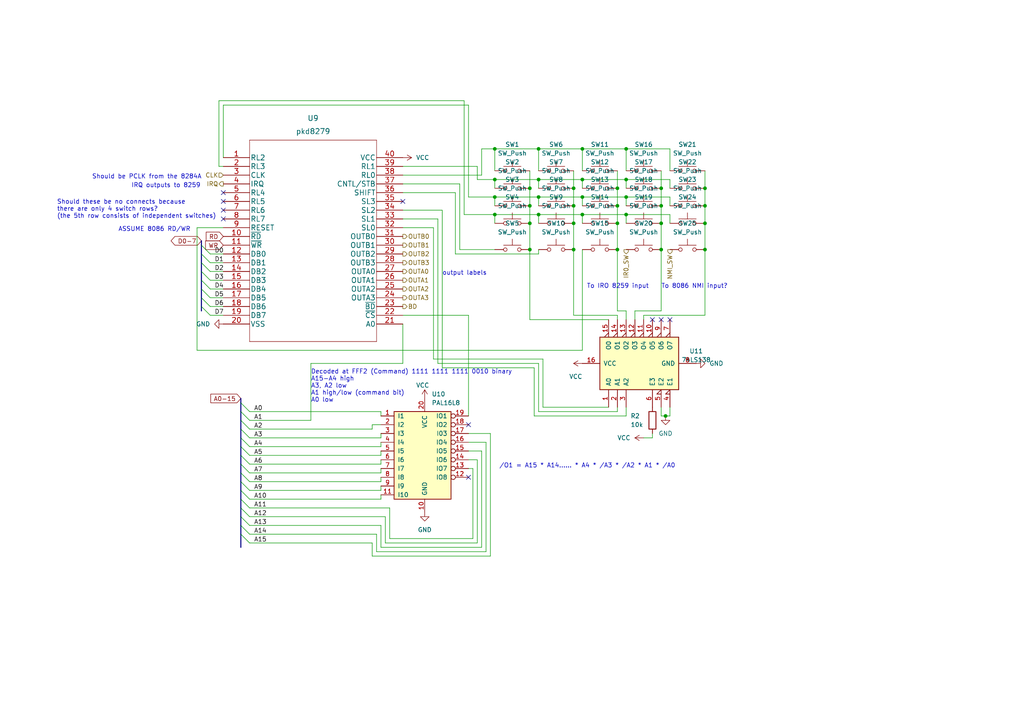
<source format=kicad_sch>
(kicad_sch (version 20211123) (generator eeschema)

  (uuid 848620c6-0560-4991-9bec-5760fc3ebc94)

  (paper "A4")

  (lib_symbols
    (symbol "74xx:74LS138" (pin_names (offset 1.016)) (in_bom yes) (on_board yes)
      (property "Reference" "U" (id 0) (at -7.62 11.43 0)
        (effects (font (size 1.27 1.27)))
      )
      (property "Value" "74LS138" (id 1) (at -7.62 -13.97 0)
        (effects (font (size 1.27 1.27)))
      )
      (property "Footprint" "" (id 2) (at 0 0 0)
        (effects (font (size 1.27 1.27)) hide)
      )
      (property "Datasheet" "http://www.ti.com/lit/gpn/sn74LS138" (id 3) (at 0 0 0)
        (effects (font (size 1.27 1.27)) hide)
      )
      (property "ki_locked" "" (id 4) (at 0 0 0)
        (effects (font (size 1.27 1.27)))
      )
      (property "ki_keywords" "TTL DECOD DECOD8" (id 5) (at 0 0 0)
        (effects (font (size 1.27 1.27)) hide)
      )
      (property "ki_description" "Decoder 3 to 8 active low outputs" (id 6) (at 0 0 0)
        (effects (font (size 1.27 1.27)) hide)
      )
      (property "ki_fp_filters" "DIP?16*" (id 7) (at 0 0 0)
        (effects (font (size 1.27 1.27)) hide)
      )
      (symbol "74LS138_1_0"
        (pin input line (at -12.7 7.62 0) (length 5.08)
          (name "A0" (effects (font (size 1.27 1.27))))
          (number "1" (effects (font (size 1.27 1.27))))
        )
        (pin output output_low (at 12.7 -5.08 180) (length 5.08)
          (name "O5" (effects (font (size 1.27 1.27))))
          (number "10" (effects (font (size 1.27 1.27))))
        )
        (pin output output_low (at 12.7 -2.54 180) (length 5.08)
          (name "O4" (effects (font (size 1.27 1.27))))
          (number "11" (effects (font (size 1.27 1.27))))
        )
        (pin output output_low (at 12.7 0 180) (length 5.08)
          (name "O3" (effects (font (size 1.27 1.27))))
          (number "12" (effects (font (size 1.27 1.27))))
        )
        (pin output output_low (at 12.7 2.54 180) (length 5.08)
          (name "O2" (effects (font (size 1.27 1.27))))
          (number "13" (effects (font (size 1.27 1.27))))
        )
        (pin output output_low (at 12.7 5.08 180) (length 5.08)
          (name "O1" (effects (font (size 1.27 1.27))))
          (number "14" (effects (font (size 1.27 1.27))))
        )
        (pin output output_low (at 12.7 7.62 180) (length 5.08)
          (name "O0" (effects (font (size 1.27 1.27))))
          (number "15" (effects (font (size 1.27 1.27))))
        )
        (pin power_in line (at 0 15.24 270) (length 5.08)
          (name "VCC" (effects (font (size 1.27 1.27))))
          (number "16" (effects (font (size 1.27 1.27))))
        )
        (pin input line (at -12.7 5.08 0) (length 5.08)
          (name "A1" (effects (font (size 1.27 1.27))))
          (number "2" (effects (font (size 1.27 1.27))))
        )
        (pin input line (at -12.7 2.54 0) (length 5.08)
          (name "A2" (effects (font (size 1.27 1.27))))
          (number "3" (effects (font (size 1.27 1.27))))
        )
        (pin input input_low (at -12.7 -10.16 0) (length 5.08)
          (name "E1" (effects (font (size 1.27 1.27))))
          (number "4" (effects (font (size 1.27 1.27))))
        )
        (pin input input_low (at -12.7 -7.62 0) (length 5.08)
          (name "E2" (effects (font (size 1.27 1.27))))
          (number "5" (effects (font (size 1.27 1.27))))
        )
        (pin input line (at -12.7 -5.08 0) (length 5.08)
          (name "E3" (effects (font (size 1.27 1.27))))
          (number "6" (effects (font (size 1.27 1.27))))
        )
        (pin output output_low (at 12.7 -10.16 180) (length 5.08)
          (name "O7" (effects (font (size 1.27 1.27))))
          (number "7" (effects (font (size 1.27 1.27))))
        )
        (pin power_in line (at 0 -17.78 90) (length 5.08)
          (name "GND" (effects (font (size 1.27 1.27))))
          (number "8" (effects (font (size 1.27 1.27))))
        )
        (pin output output_low (at 12.7 -7.62 180) (length 5.08)
          (name "O6" (effects (font (size 1.27 1.27))))
          (number "9" (effects (font (size 1.27 1.27))))
        )
      )
      (symbol "74LS138_1_1"
        (rectangle (start -7.62 10.16) (end 7.62 -12.7)
          (stroke (width 0.254) (type default) (color 0 0 0 0))
          (fill (type background))
        )
      )
    )
    (symbol "Device:R" (pin_numbers hide) (pin_names (offset 0)) (in_bom yes) (on_board yes)
      (property "Reference" "R" (id 0) (at 2.032 0 90)
        (effects (font (size 1.27 1.27)))
      )
      (property "Value" "R" (id 1) (at 0 0 90)
        (effects (font (size 1.27 1.27)))
      )
      (property "Footprint" "" (id 2) (at -1.778 0 90)
        (effects (font (size 1.27 1.27)) hide)
      )
      (property "Datasheet" "~" (id 3) (at 0 0 0)
        (effects (font (size 1.27 1.27)) hide)
      )
      (property "ki_keywords" "R res resistor" (id 4) (at 0 0 0)
        (effects (font (size 1.27 1.27)) hide)
      )
      (property "ki_description" "Resistor" (id 5) (at 0 0 0)
        (effects (font (size 1.27 1.27)) hide)
      )
      (property "ki_fp_filters" "R_*" (id 6) (at 0 0 0)
        (effects (font (size 1.27 1.27)) hide)
      )
      (symbol "R_0_1"
        (rectangle (start -1.016 -2.54) (end 1.016 2.54)
          (stroke (width 0.254) (type default) (color 0 0 0 0))
          (fill (type none))
        )
      )
      (symbol "R_1_1"
        (pin passive line (at 0 3.81 270) (length 1.27)
          (name "~" (effects (font (size 1.27 1.27))))
          (number "1" (effects (font (size 1.27 1.27))))
        )
        (pin passive line (at 0 -3.81 90) (length 1.27)
          (name "~" (effects (font (size 1.27 1.27))))
          (number "2" (effects (font (size 1.27 1.27))))
        )
      )
    )
    (symbol "Logic_Programmable:PAL16L8" (pin_names (offset 1.016)) (in_bom yes) (on_board yes)
      (property "Reference" "U" (id 0) (at -8.89 16.51 0)
        (effects (font (size 1.27 1.27)) (justify left))
      )
      (property "Value" "PAL16L8" (id 1) (at 1.27 16.51 0)
        (effects (font (size 1.27 1.27)) (justify left))
      )
      (property "Footprint" "" (id 2) (at 0 0 0)
        (effects (font (size 1.27 1.27)) hide)
      )
      (property "Datasheet" "" (id 3) (at 0 0 0)
        (effects (font (size 1.27 1.27)) hide)
      )
      (property "ki_keywords" "PAL PLD 16L8" (id 4) (at 0 0 0)
        (effects (font (size 1.27 1.27)) hide)
      )
      (property "ki_description" "Programmable Logic Array, DIP-20" (id 5) (at 0 0 0)
        (effects (font (size 1.27 1.27)) hide)
      )
      (property "ki_fp_filters" "DIP* PDIP*" (id 6) (at 0 0 0)
        (effects (font (size 1.27 1.27)) hide)
      )
      (symbol "PAL16L8_0_0"
        (pin power_in line (at 0 -15.24 90) (length 3.81)
          (name "GND" (effects (font (size 1.27 1.27))))
          (number "10" (effects (font (size 1.27 1.27))))
        )
        (pin power_in line (at 0 17.78 270) (length 3.81)
          (name "VCC" (effects (font (size 1.27 1.27))))
          (number "20" (effects (font (size 1.27 1.27))))
        )
      )
      (symbol "PAL16L8_0_1"
        (rectangle (start -8.89 13.97) (end 7.62 -11.43)
          (stroke (width 0.254) (type default) (color 0 0 0 0))
          (fill (type background))
        )
      )
      (symbol "PAL16L8_1_1"
        (pin input line (at -12.7 12.7 0) (length 3.81)
          (name "I1" (effects (font (size 1.27 1.27))))
          (number "1" (effects (font (size 1.27 1.27))))
        )
        (pin input line (at -12.7 -10.16 0) (length 3.81)
          (name "I10" (effects (font (size 1.27 1.27))))
          (number "11" (effects (font (size 1.27 1.27))))
        )
        (pin tri_state inverted (at 12.7 -5.08 180) (length 5.08)
          (name "IO8" (effects (font (size 1.27 1.27))))
          (number "12" (effects (font (size 1.27 1.27))))
        )
        (pin tri_state inverted (at 12.7 -2.54 180) (length 5.08)
          (name "IO7" (effects (font (size 1.27 1.27))))
          (number "13" (effects (font (size 1.27 1.27))))
        )
        (pin tri_state inverted (at 12.7 0 180) (length 5.08)
          (name "IO6" (effects (font (size 1.27 1.27))))
          (number "14" (effects (font (size 1.27 1.27))))
        )
        (pin tri_state inverted (at 12.7 2.54 180) (length 5.08)
          (name "IO5" (effects (font (size 1.27 1.27))))
          (number "15" (effects (font (size 1.27 1.27))))
        )
        (pin tri_state inverted (at 12.7 5.08 180) (length 5.08)
          (name "IO4" (effects (font (size 1.27 1.27))))
          (number "16" (effects (font (size 1.27 1.27))))
        )
        (pin tri_state inverted (at 12.7 7.62 180) (length 5.08)
          (name "I03" (effects (font (size 1.27 1.27))))
          (number "17" (effects (font (size 1.27 1.27))))
        )
        (pin tri_state inverted (at 12.7 10.16 180) (length 5.08)
          (name "IO2" (effects (font (size 1.27 1.27))))
          (number "18" (effects (font (size 1.27 1.27))))
        )
        (pin tri_state inverted (at 12.7 12.7 180) (length 5.08)
          (name "IO1" (effects (font (size 1.27 1.27))))
          (number "19" (effects (font (size 1.27 1.27))))
        )
        (pin input line (at -12.7 10.16 0) (length 3.81)
          (name "I2" (effects (font (size 1.27 1.27))))
          (number "2" (effects (font (size 1.27 1.27))))
        )
        (pin input line (at -12.7 7.62 0) (length 3.81)
          (name "I3" (effects (font (size 1.27 1.27))))
          (number "3" (effects (font (size 1.27 1.27))))
        )
        (pin input line (at -12.7 5.08 0) (length 3.81)
          (name "I4" (effects (font (size 1.27 1.27))))
          (number "4" (effects (font (size 1.27 1.27))))
        )
        (pin input line (at -12.7 2.54 0) (length 3.81)
          (name "I5" (effects (font (size 1.27 1.27))))
          (number "5" (effects (font (size 1.27 1.27))))
        )
        (pin input line (at -12.7 0 0) (length 3.81)
          (name "I6" (effects (font (size 1.27 1.27))))
          (number "6" (effects (font (size 1.27 1.27))))
        )
        (pin input line (at -12.7 -2.54 0) (length 3.81)
          (name "I7" (effects (font (size 1.27 1.27))))
          (number "7" (effects (font (size 1.27 1.27))))
        )
        (pin input line (at -12.7 -5.08 0) (length 3.81)
          (name "I8" (effects (font (size 1.27 1.27))))
          (number "8" (effects (font (size 1.27 1.27))))
        )
        (pin input line (at -12.7 -7.62 0) (length 3.81)
          (name "I9" (effects (font (size 1.27 1.27))))
          (number "9" (effects (font (size 1.27 1.27))))
        )
      )
    )
    (symbol "Switch:SW_Push" (pin_numbers hide) (pin_names (offset 1.016) hide) (in_bom yes) (on_board yes)
      (property "Reference" "SW" (id 0) (at 1.27 2.54 0)
        (effects (font (size 1.27 1.27)) (justify left))
      )
      (property "Value" "SW_Push" (id 1) (at 0 -1.524 0)
        (effects (font (size 1.27 1.27)))
      )
      (property "Footprint" "" (id 2) (at 0 5.08 0)
        (effects (font (size 1.27 1.27)) hide)
      )
      (property "Datasheet" "~" (id 3) (at 0 5.08 0)
        (effects (font (size 1.27 1.27)) hide)
      )
      (property "ki_keywords" "switch normally-open pushbutton push-button" (id 4) (at 0 0 0)
        (effects (font (size 1.27 1.27)) hide)
      )
      (property "ki_description" "Push button switch, generic, two pins" (id 5) (at 0 0 0)
        (effects (font (size 1.27 1.27)) hide)
      )
      (symbol "SW_Push_0_1"
        (circle (center -2.032 0) (radius 0.508)
          (stroke (width 0) (type default) (color 0 0 0 0))
          (fill (type none))
        )
        (polyline
          (pts
            (xy 0 1.27)
            (xy 0 3.048)
          )
          (stroke (width 0) (type default) (color 0 0 0 0))
          (fill (type none))
        )
        (polyline
          (pts
            (xy 2.54 1.27)
            (xy -2.54 1.27)
          )
          (stroke (width 0) (type default) (color 0 0 0 0))
          (fill (type none))
        )
        (circle (center 2.032 0) (radius 0.508)
          (stroke (width 0) (type default) (color 0 0 0 0))
          (fill (type none))
        )
        (pin passive line (at -5.08 0 0) (length 2.54)
          (name "1" (effects (font (size 1.27 1.27))))
          (number "1" (effects (font (size 1.27 1.27))))
        )
        (pin passive line (at 5.08 0 180) (length 2.54)
          (name "2" (effects (font (size 1.27 1.27))))
          (number "2" (effects (font (size 1.27 1.27))))
        )
      )
    )
    (symbol "VCC_1" (power) (pin_names (offset 0)) (in_bom yes) (on_board yes)
      (property "Reference" "#PWR?" (id 0) (at 3.81 0 0)
        (effects (font (size 1.27 1.27)) hide)
      )
      (property "Value" "VCC_1" (id 1) (at -3.81 0.0001 90)
        (effects (font (size 1.27 1.27)) (justify left))
      )
      (property "Footprint" "" (id 2) (at 0 0 0)
        (effects (font (size 1.27 1.27)) hide)
      )
      (property "Datasheet" "" (id 3) (at 0 0 0)
        (effects (font (size 1.27 1.27)) hide)
      )
      (property "ki_keywords" "power-flag" (id 4) (at 0 0 0)
        (effects (font (size 1.27 1.27)) hide)
      )
      (property "ki_description" "Power symbol creates a global label with name \"VCC\"" (id 5) (at 0 0 0)
        (effects (font (size 1.27 1.27)) hide)
      )
      (symbol "VCC_1_0_1"
        (polyline
          (pts
            (xy -0.762 1.27)
            (xy 0 2.54)
          )
          (stroke (width 0) (type default) (color 0 0 0 0))
          (fill (type none))
        )
        (polyline
          (pts
            (xy 0 0)
            (xy 0 2.54)
          )
          (stroke (width 0) (type default) (color 0 0 0 0))
          (fill (type none))
        )
        (polyline
          (pts
            (xy 0 2.54)
            (xy 0.762 1.27)
          )
          (stroke (width 0) (type default) (color 0 0 0 0))
          (fill (type none))
        )
      )
      (symbol "VCC_1_1_1"
        (pin power_in line (at 0 0 90) (length 0) hide
          (name "VCC" (effects (font (size 1.27 1.27))))
          (number "1" (effects (font (size 1.27 1.27))))
        )
      )
    )
    (symbol "pkd8279:pkd8279" (pin_names (offset 0.254)) (in_bom yes) (on_board yes)
      (property "Reference" "U" (id 0) (at 25.4 13.97 0)
        (effects (font (size 1.524 1.524)))
      )
      (property "Value" "pkd8279" (id 1) (at 25.4 11.43 0)
        (effects (font (size 1.524 1.524)))
      )
      (property "Footprint" "pkd8279" (id 2) (at 25.4 9.906 0)
        (effects (font (size 1.524 1.524)) hide)
      )
      (property "Datasheet" "" (id 3) (at 0 0 0)
        (effects (font (size 1.524 1.524)))
      )
      (property "ki_description" "Programmable Keyboard / Display Interface DIp 40-pin" (id 4) (at 0 0 0)
        (effects (font (size 1.27 1.27)) hide)
      )
      (property "ki_fp_filters" "pkd8279" (id 5) (at 0 0 0)
        (effects (font (size 1.27 1.27)) hide)
      )
      (symbol "pkd8279_0_1"
        (rectangle (start 7.62 -53.34) (end 44.45 -53.34)
          (stroke (width 0) (type default) (color 0 0 0 0))
          (fill (type none))
        )
        (rectangle (start 7.62 5.08) (end 44.45 5.08)
          (stroke (width 0) (type default) (color 0 0 0 0))
          (fill (type none))
        )
      )
      (symbol "pkd8279_1_1"
        (polyline
          (pts
            (xy 7.62 5.08)
            (xy 7.62 -53.34)
          )
          (stroke (width 0.127) (type default) (color 0 0 0 0))
          (fill (type none))
        )
        (polyline
          (pts
            (xy 44.45 -53.34)
            (xy 44.45 5.08)
          )
          (stroke (width 0.127) (type default) (color 0 0 0 0))
          (fill (type none))
        )
        (pin unspecified line (at 0 0 0) (length 7.62)
          (name "RL2" (effects (font (size 1.4986 1.4986))))
          (number "1" (effects (font (size 1.4986 1.4986))))
        )
        (pin unspecified line (at 0 -22.86 0) (length 7.62)
          (name "~{RD}" (effects (font (size 1.4986 1.4986))))
          (number "10" (effects (font (size 1.4986 1.4986))))
        )
        (pin unspecified line (at 0 -25.4 0) (length 7.62)
          (name "~{WR}" (effects (font (size 1.4986 1.4986))))
          (number "11" (effects (font (size 1.4986 1.4986))))
        )
        (pin unspecified line (at 0 -27.94 0) (length 7.62)
          (name "DB0" (effects (font (size 1.4986 1.4986))))
          (number "12" (effects (font (size 1.4986 1.4986))))
        )
        (pin unspecified line (at 0 -30.48 0) (length 7.62)
          (name "DB1" (effects (font (size 1.4986 1.4986))))
          (number "13" (effects (font (size 1.4986 1.4986))))
        )
        (pin unspecified line (at 0 -33.02 0) (length 7.62)
          (name "DB2" (effects (font (size 1.4986 1.4986))))
          (number "14" (effects (font (size 1.4986 1.4986))))
        )
        (pin unspecified line (at 0 -35.56 0) (length 7.62)
          (name "DB3" (effects (font (size 1.4986 1.4986))))
          (number "15" (effects (font (size 1.4986 1.4986))))
        )
        (pin unspecified line (at 0 -38.1 0) (length 7.62)
          (name "DB4" (effects (font (size 1.4986 1.4986))))
          (number "16" (effects (font (size 1.4986 1.4986))))
        )
        (pin unspecified line (at 0 -40.64 0) (length 7.62)
          (name "DB5" (effects (font (size 1.4986 1.4986))))
          (number "17" (effects (font (size 1.4986 1.4986))))
        )
        (pin unspecified line (at 0 -43.18 0) (length 7.62)
          (name "DB6" (effects (font (size 1.4986 1.4986))))
          (number "18" (effects (font (size 1.4986 1.4986))))
        )
        (pin unspecified line (at 0 -45.72 0) (length 7.62)
          (name "DB7" (effects (font (size 1.4986 1.4986))))
          (number "19" (effects (font (size 1.4986 1.4986))))
        )
        (pin unspecified line (at 0 -2.54 0) (length 7.62)
          (name "RL3" (effects (font (size 1.4986 1.4986))))
          (number "2" (effects (font (size 1.4986 1.4986))))
        )
        (pin unspecified line (at 0 -48.26 0) (length 7.62)
          (name "VSS" (effects (font (size 1.4986 1.4986))))
          (number "20" (effects (font (size 1.4986 1.4986))))
        )
        (pin unspecified line (at 52.07 -48.26 180) (length 7.62)
          (name "A0" (effects (font (size 1.4986 1.4986))))
          (number "21" (effects (font (size 1.4986 1.4986))))
        )
        (pin unspecified line (at 52.07 -45.72 180) (length 7.62)
          (name "~{CS}" (effects (font (size 1.4986 1.4986))))
          (number "22" (effects (font (size 1.4986 1.4986))))
        )
        (pin unspecified line (at 52.07 -43.18 180) (length 7.62)
          (name "~{BD}" (effects (font (size 1.4986 1.4986))))
          (number "23" (effects (font (size 1.4986 1.4986))))
        )
        (pin unspecified line (at 52.07 -40.64 180) (length 7.62)
          (name "OUTA3" (effects (font (size 1.4986 1.4986))))
          (number "24" (effects (font (size 1.4986 1.4986))))
        )
        (pin unspecified line (at 52.07 -38.1 180) (length 7.62)
          (name "OUTA2" (effects (font (size 1.4986 1.4986))))
          (number "25" (effects (font (size 1.4986 1.4986))))
        )
        (pin unspecified line (at 52.07 -35.56 180) (length 7.62)
          (name "OUTA1" (effects (font (size 1.4986 1.4986))))
          (number "26" (effects (font (size 1.4986 1.4986))))
        )
        (pin unspecified line (at 52.07 -33.02 180) (length 7.62)
          (name "OUTA0" (effects (font (size 1.4986 1.4986))))
          (number "27" (effects (font (size 1.4986 1.4986))))
        )
        (pin unspecified line (at 52.07 -30.48 180) (length 7.62)
          (name "OUTB3" (effects (font (size 1.4986 1.4986))))
          (number "28" (effects (font (size 1.4986 1.4986))))
        )
        (pin unspecified line (at 52.07 -27.94 180) (length 7.62)
          (name "OUTB2" (effects (font (size 1.4986 1.4986))))
          (number "29" (effects (font (size 1.4986 1.4986))))
        )
        (pin unspecified line (at 0 -5.08 0) (length 7.62)
          (name "CLK" (effects (font (size 1.4986 1.4986))))
          (number "3" (effects (font (size 1.4986 1.4986))))
        )
        (pin unspecified line (at 52.07 -25.4 180) (length 7.62)
          (name "OUTB1" (effects (font (size 1.4986 1.4986))))
          (number "30" (effects (font (size 1.4986 1.4986))))
        )
        (pin unspecified line (at 52.07 -22.86 180) (length 7.62)
          (name "OUTB0" (effects (font (size 1.4986 1.4986))))
          (number "31" (effects (font (size 1.4986 1.4986))))
        )
        (pin unspecified line (at 52.07 -20.32 180) (length 7.62)
          (name "SL0" (effects (font (size 1.4986 1.4986))))
          (number "32" (effects (font (size 1.4986 1.4986))))
        )
        (pin unspecified line (at 52.07 -17.78 180) (length 7.62)
          (name "SL1" (effects (font (size 1.4986 1.4986))))
          (number "33" (effects (font (size 1.4986 1.4986))))
        )
        (pin unspecified line (at 52.07 -15.24 180) (length 7.62)
          (name "SL2" (effects (font (size 1.4986 1.4986))))
          (number "34" (effects (font (size 1.4986 1.4986))))
        )
        (pin unspecified line (at 52.07 -12.7 180) (length 7.62)
          (name "SL3" (effects (font (size 1.4986 1.4986))))
          (number "35" (effects (font (size 1.4986 1.4986))))
        )
        (pin unspecified line (at 52.07 -10.16 180) (length 7.62)
          (name "SHIFT" (effects (font (size 1.4986 1.4986))))
          (number "36" (effects (font (size 1.4986 1.4986))))
        )
        (pin unspecified line (at 52.07 -7.62 180) (length 7.62)
          (name "CNTL/STB" (effects (font (size 1.4986 1.4986))))
          (number "37" (effects (font (size 1.4986 1.4986))))
        )
        (pin unspecified line (at 52.07 -5.08 180) (length 7.62)
          (name "RL0" (effects (font (size 1.4986 1.4986))))
          (number "38" (effects (font (size 1.4986 1.4986))))
        )
        (pin unspecified line (at 52.07 -2.54 180) (length 7.62)
          (name "RL1" (effects (font (size 1.4986 1.4986))))
          (number "39" (effects (font (size 1.4986 1.4986))))
        )
        (pin unspecified line (at 0 -7.62 0) (length 7.62)
          (name "IRQ" (effects (font (size 1.4986 1.4986))))
          (number "4" (effects (font (size 1.4986 1.4986))))
        )
        (pin unspecified line (at 52.07 0 180) (length 7.62)
          (name "VCC" (effects (font (size 1.4986 1.4986))))
          (number "40" (effects (font (size 1.4986 1.4986))))
        )
        (pin unspecified line (at 0 -10.16 0) (length 7.62)
          (name "RL4" (effects (font (size 1.4986 1.4986))))
          (number "5" (effects (font (size 1.4986 1.4986))))
        )
        (pin unspecified line (at 0 -12.7 0) (length 7.62)
          (name "RL5" (effects (font (size 1.4986 1.4986))))
          (number "6" (effects (font (size 1.4986 1.4986))))
        )
        (pin unspecified line (at 0 -15.24 0) (length 7.62)
          (name "RL6" (effects (font (size 1.4986 1.4986))))
          (number "7" (effects (font (size 1.4986 1.4986))))
        )
        (pin unspecified line (at 0 -17.78 0) (length 7.62)
          (name "RL7" (effects (font (size 1.4986 1.4986))))
          (number "8" (effects (font (size 1.4986 1.4986))))
        )
        (pin unspecified line (at 0 -20.32 0) (length 7.62)
          (name "RESET" (effects (font (size 1.4986 1.4986))))
          (number "9" (effects (font (size 1.4986 1.4986))))
        )
      )
    )
    (symbol "power:GND" (power) (pin_names (offset 0)) (in_bom yes) (on_board yes)
      (property "Reference" "#PWR" (id 0) (at 0 -6.35 0)
        (effects (font (size 1.27 1.27)) hide)
      )
      (property "Value" "GND" (id 1) (at 0 -3.81 0)
        (effects (font (size 1.27 1.27)))
      )
      (property "Footprint" "" (id 2) (at 0 0 0)
        (effects (font (size 1.27 1.27)) hide)
      )
      (property "Datasheet" "" (id 3) (at 0 0 0)
        (effects (font (size 1.27 1.27)) hide)
      )
      (property "ki_keywords" "power-flag" (id 4) (at 0 0 0)
        (effects (font (size 1.27 1.27)) hide)
      )
      (property "ki_description" "Power symbol creates a global label with name \"GND\" , ground" (id 5) (at 0 0 0)
        (effects (font (size 1.27 1.27)) hide)
      )
      (symbol "GND_0_1"
        (polyline
          (pts
            (xy 0 0)
            (xy 0 -1.27)
            (xy 1.27 -1.27)
            (xy 0 -2.54)
            (xy -1.27 -1.27)
            (xy 0 -1.27)
          )
          (stroke (width 0) (type default) (color 0 0 0 0))
          (fill (type none))
        )
      )
      (symbol "GND_1_1"
        (pin power_in line (at 0 0 270) (length 0) hide
          (name "GND" (effects (font (size 1.27 1.27))))
          (number "1" (effects (font (size 1.27 1.27))))
        )
      )
    )
    (symbol "power:VCC" (power) (pin_names (offset 0)) (in_bom yes) (on_board yes)
      (property "Reference" "#PWR" (id 0) (at 0 -3.81 0)
        (effects (font (size 1.27 1.27)) hide)
      )
      (property "Value" "VCC" (id 1) (at 0 3.81 0)
        (effects (font (size 1.27 1.27)))
      )
      (property "Footprint" "" (id 2) (at 0 0 0)
        (effects (font (size 1.27 1.27)) hide)
      )
      (property "Datasheet" "" (id 3) (at 0 0 0)
        (effects (font (size 1.27 1.27)) hide)
      )
      (property "ki_keywords" "power-flag" (id 4) (at 0 0 0)
        (effects (font (size 1.27 1.27)) hide)
      )
      (property "ki_description" "Power symbol creates a global label with name \"VCC\"" (id 5) (at 0 0 0)
        (effects (font (size 1.27 1.27)) hide)
      )
      (symbol "VCC_0_1"
        (polyline
          (pts
            (xy -0.762 1.27)
            (xy 0 2.54)
          )
          (stroke (width 0) (type default) (color 0 0 0 0))
          (fill (type none))
        )
        (polyline
          (pts
            (xy 0 0)
            (xy 0 2.54)
          )
          (stroke (width 0) (type default) (color 0 0 0 0))
          (fill (type none))
        )
        (polyline
          (pts
            (xy 0 2.54)
            (xy 0.762 1.27)
          )
          (stroke (width 0) (type default) (color 0 0 0 0))
          (fill (type none))
        )
      )
      (symbol "VCC_1_1"
        (pin power_in line (at 0 0 90) (length 0) hide
          (name "VCC" (effects (font (size 1.27 1.27))))
          (number "1" (effects (font (size 1.27 1.27))))
        )
      )
    )
  )

  (junction (at 156.21 62.23) (diameter 0) (color 0 0 0 0)
    (uuid 0bdc9826-8033-484b-addf-39a83f65a645)
  )
  (junction (at 168.91 52.07) (diameter 0) (color 0 0 0 0)
    (uuid 0d2442f9-e185-4178-aea1-f4d41e7a8bf1)
  )
  (junction (at 168.91 43.18) (diameter 0) (color 0 0 0 0)
    (uuid 0fc693ed-a711-46c6-8f8d-09528a44bf91)
  )
  (junction (at 179.07 72.39) (diameter 0) (color 0 0 0 0)
    (uuid 1d821cc3-1107-4629-aff5-ee7c328d6d09)
  )
  (junction (at 143.51 52.07) (diameter 0) (color 0 0 0 0)
    (uuid 26ce9ef2-e6db-484c-9541-34a64f506f80)
  )
  (junction (at 179.07 54.61) (diameter 0) (color 0 0 0 0)
    (uuid 28c655a4-ccbf-4da9-90ff-b9975b18a826)
  )
  (junction (at 166.37 54.61) (diameter 0) (color 0 0 0 0)
    (uuid 2b7bc81d-0fa0-4c87-872b-bf81fe685871)
  )
  (junction (at 191.77 72.39) (diameter 0) (color 0 0 0 0)
    (uuid 379b5603-2035-4650-a28f-9f41504b8732)
  )
  (junction (at 191.77 54.61) (diameter 0) (color 0 0 0 0)
    (uuid 37c18bda-b5d6-436a-9c57-8a0d711ef506)
  )
  (junction (at 153.67 64.77) (diameter 0) (color 0 0 0 0)
    (uuid 4dc99832-5565-4509-b1a4-b5652b68d8db)
  )
  (junction (at 166.37 72.39) (diameter 0) (color 0 0 0 0)
    (uuid 5c605ce4-72ce-463e-bd1b-e1a07299f694)
  )
  (junction (at 181.61 57.15) (diameter 0) (color 0 0 0 0)
    (uuid 5d8d297c-7add-4b39-9f51-35cedd3cebff)
  )
  (junction (at 193.04 120.65) (diameter 0) (color 0 0 0 0)
    (uuid 6aa1e232-e19c-4209-8f75-e051592f61fb)
  )
  (junction (at 153.67 59.69) (diameter 0) (color 0 0 0 0)
    (uuid 70720a8b-c53f-4dea-882b-63b72a7f3e31)
  )
  (junction (at 181.61 62.23) (diameter 0) (color 0 0 0 0)
    (uuid 7147ffb9-2f18-4ad9-bebf-b8048e42ec43)
  )
  (junction (at 156.21 52.07) (diameter 0) (color 0 0 0 0)
    (uuid 799feece-b22d-4601-abfe-ff8505159409)
  )
  (junction (at 168.91 62.23) (diameter 0) (color 0 0 0 0)
    (uuid 7b95d0a9-2476-4834-bd2f-1824d4ee8e91)
  )
  (junction (at 181.61 43.18) (diameter 0) (color 0 0 0 0)
    (uuid 85167906-ad76-4053-bc7e-bca142948ea4)
  )
  (junction (at 204.47 59.69) (diameter 0) (color 0 0 0 0)
    (uuid 95d2cce1-0628-4446-bbd1-40c39d7b970f)
  )
  (junction (at 156.21 43.18) (diameter 0) (color 0 0 0 0)
    (uuid 9714cb5e-9fe1-4217-8c91-e6dad01c093e)
  )
  (junction (at 143.51 57.15) (diameter 0) (color 0 0 0 0)
    (uuid a205d7cc-ac5c-42b5-86a1-93f2cb7fa12f)
  )
  (junction (at 179.07 59.69) (diameter 0) (color 0 0 0 0)
    (uuid a57fb51e-01e0-49eb-9417-8c28d45ef9d4)
  )
  (junction (at 179.07 64.77) (diameter 0) (color 0 0 0 0)
    (uuid ac7a6238-10c2-4c9b-bf6f-9fed3de1652e)
  )
  (junction (at 204.47 72.39) (diameter 0) (color 0 0 0 0)
    (uuid b2c08fc7-ac6d-4ba3-8b7d-fe41ca0d34f6)
  )
  (junction (at 168.91 57.15) (diameter 0) (color 0 0 0 0)
    (uuid b4460bf9-543a-4521-9564-718d42bd8e25)
  )
  (junction (at 166.37 59.69) (diameter 0) (color 0 0 0 0)
    (uuid ba93294e-55ce-4b04-b5ea-efed1da09fc3)
  )
  (junction (at 153.67 72.39) (diameter 0) (color 0 0 0 0)
    (uuid bb714f28-738b-46d8-a3cb-0c09bcd4212d)
  )
  (junction (at 143.51 62.23) (diameter 0) (color 0 0 0 0)
    (uuid bd7b9e8f-0452-4624-9d0d-deab166af117)
  )
  (junction (at 191.77 59.69) (diameter 0) (color 0 0 0 0)
    (uuid c60fb754-c4d7-4c07-8114-7857a35355e6)
  )
  (junction (at 204.47 64.77) (diameter 0) (color 0 0 0 0)
    (uuid cc9ba093-6cd9-46f7-b9de-8a243a6fd88a)
  )
  (junction (at 143.51 43.18) (diameter 0) (color 0 0 0 0)
    (uuid d802a970-8f2d-44ec-a01b-e43bd9a22e12)
  )
  (junction (at 181.61 52.07) (diameter 0) (color 0 0 0 0)
    (uuid d954f123-a093-4a08-8e72-4b0509e3bc31)
  )
  (junction (at 153.67 54.61) (diameter 0) (color 0 0 0 0)
    (uuid daadc915-2569-4024-a132-f19b22784387)
  )
  (junction (at 156.21 57.15) (diameter 0) (color 0 0 0 0)
    (uuid df5547fe-7c29-444e-aa2c-0b14c8046b60)
  )
  (junction (at 166.37 64.77) (diameter 0) (color 0 0 0 0)
    (uuid e6505063-7ec5-459a-96ca-9fc6e8cd944f)
  )
  (junction (at 191.77 64.77) (diameter 0) (color 0 0 0 0)
    (uuid fba4a774-8ffe-499f-8234-2bb858641a86)
  )
  (junction (at 204.47 54.61) (diameter 0) (color 0 0 0 0)
    (uuid fed02fd0-c70c-48a8-af2f-76b3a1d82a23)
  )

  (no_connect (at 189.23 92.71) (uuid 2c3a7e3e-48b0-458f-a822-2fe0bb743f12))
  (no_connect (at 191.77 92.71) (uuid 2c3a7e3e-48b0-458f-a822-2fe0bb743f13))
  (no_connect (at 194.31 92.71) (uuid 2c3a7e3e-48b0-458f-a822-2fe0bb743f14))
  (no_connect (at 135.89 138.43) (uuid 3eb34f71-2a68-4b7f-a4cb-a8ff3bb9fe12))
  (no_connect (at 135.89 123.19) (uuid 56e821f2-db28-4d32-bb54-530c10f890fe))
  (no_connect (at 116.84 58.42) (uuid 8823b984-a966-44e5-98f1-65e40918b6c9))
  (no_connect (at 64.77 55.88) (uuid b7849bd4-a50a-4532-803c-9e912064b93a))
  (no_connect (at 64.77 58.42) (uuid b7849bd4-a50a-4532-803c-9e912064b93b))
  (no_connect (at 64.77 60.96) (uuid b7849bd4-a50a-4532-803c-9e912064b93c))
  (no_connect (at 64.77 63.5) (uuid b7849bd4-a50a-4532-803c-9e912064b93d))

  (bus_entry (at 58.42 81.28) (size 2.54 2.54)
    (stroke (width 0) (type default) (color 0 0 0 0))
    (uuid 014267dc-aaa8-40da-8fc3-e268591ef7c7)
  )
  (bus_entry (at 58.42 86.36) (size 2.54 2.54)
    (stroke (width 0) (type default) (color 0 0 0 0))
    (uuid 031739a1-80d3-435c-83ca-72838f352fa5)
  )
  (bus_entry (at 58.42 71.12) (size 2.54 2.54)
    (stroke (width 0) (type default) (color 0 0 0 0))
    (uuid 309fbb02-fd51-44a1-84e5-6fb3b2f12860)
  )
  (bus_entry (at 58.42 88.9) (size 2.54 2.54)
    (stroke (width 0) (type default) (color 0 0 0 0))
    (uuid 345d79bf-5f3b-4ec7-a262-ffef55bedf77)
  )
  (bus_entry (at 58.42 78.74) (size 2.54 2.54)
    (stroke (width 0) (type default) (color 0 0 0 0))
    (uuid 5845b7b2-449e-42d6-9272-ea645c0c6a23)
  )
  (bus_entry (at 69.85 119.38) (size 2.54 2.54)
    (stroke (width 0) (type default) (color 0 0 0 0))
    (uuid 6661df69-7d04-42c1-a024-ea611ebc74db)
  )
  (bus_entry (at 69.85 121.92) (size 2.54 2.54)
    (stroke (width 0) (type default) (color 0 0 0 0))
    (uuid 6661df69-7d04-42c1-a024-ea611ebc74db)
  )
  (bus_entry (at 69.85 129.54) (size 2.54 2.54)
    (stroke (width 0) (type default) (color 0 0 0 0))
    (uuid 6661df69-7d04-42c1-a024-ea611ebc74db)
  )
  (bus_entry (at 69.85 132.08) (size 2.54 2.54)
    (stroke (width 0) (type default) (color 0 0 0 0))
    (uuid 6661df69-7d04-42c1-a024-ea611ebc74db)
  )
  (bus_entry (at 69.85 116.84) (size 2.54 2.54)
    (stroke (width 0) (type default) (color 0 0 0 0))
    (uuid 6661df69-7d04-42c1-a024-ea611ebc74db)
  )
  (bus_entry (at 69.85 124.46) (size 2.54 2.54)
    (stroke (width 0) (type default) (color 0 0 0 0))
    (uuid 6661df69-7d04-42c1-a024-ea611ebc74db)
  )
  (bus_entry (at 69.85 127) (size 2.54 2.54)
    (stroke (width 0) (type default) (color 0 0 0 0))
    (uuid 6661df69-7d04-42c1-a024-ea611ebc74db)
  )
  (bus_entry (at 69.85 137.16) (size 2.54 2.54)
    (stroke (width 0) (type default) (color 0 0 0 0))
    (uuid 6661df69-7d04-42c1-a024-ea611ebc74db)
  )
  (bus_entry (at 69.85 134.62) (size 2.54 2.54)
    (stroke (width 0) (type default) (color 0 0 0 0))
    (uuid 6661df69-7d04-42c1-a024-ea611ebc74db)
  )
  (bus_entry (at 69.85 152.4) (size 2.54 2.54)
    (stroke (width 0) (type default) (color 0 0 0 0))
    (uuid 6661df69-7d04-42c1-a024-ea611ebc74db)
  )
  (bus_entry (at 69.85 149.86) (size 2.54 2.54)
    (stroke (width 0) (type default) (color 0 0 0 0))
    (uuid 6661df69-7d04-42c1-a024-ea611ebc74db)
  )
  (bus_entry (at 69.85 147.32) (size 2.54 2.54)
    (stroke (width 0) (type default) (color 0 0 0 0))
    (uuid 6661df69-7d04-42c1-a024-ea611ebc74db)
  )
  (bus_entry (at 69.85 144.78) (size 2.54 2.54)
    (stroke (width 0) (type default) (color 0 0 0 0))
    (uuid 6661df69-7d04-42c1-a024-ea611ebc74db)
  )
  (bus_entry (at 69.85 142.24) (size 2.54 2.54)
    (stroke (width 0) (type default) (color 0 0 0 0))
    (uuid 6661df69-7d04-42c1-a024-ea611ebc74db)
  )
  (bus_entry (at 69.85 139.7) (size 2.54 2.54)
    (stroke (width 0) (type default) (color 0 0 0 0))
    (uuid 6661df69-7d04-42c1-a024-ea611ebc74db)
  )
  (bus_entry (at 69.85 154.94) (size 2.54 2.54)
    (stroke (width 0) (type default) (color 0 0 0 0))
    (uuid 8dddcbf9-85f7-4bdd-97b9-81194162dcb0)
  )
  (bus_entry (at 58.42 76.2) (size 2.54 2.54)
    (stroke (width 0) (type default) (color 0 0 0 0))
    (uuid a4756dce-a099-4628-a928-4d4b7441fa68)
  )
  (bus_entry (at 58.42 83.82) (size 2.54 2.54)
    (stroke (width 0) (type default) (color 0 0 0 0))
    (uuid b59d4d6b-6558-4098-8029-46d42135d277)
  )
  (bus_entry (at 58.42 73.66) (size 2.54 2.54)
    (stroke (width 0) (type default) (color 0 0 0 0))
    (uuid efb45f7e-c793-4099-8b44-e3f311771e21)
  )

  (wire (pts (xy 139.7 130.81) (xy 135.89 130.81))
    (stroke (width 0) (type default) (color 0 0 0 0))
    (uuid 00db4e86-5444-4264-aa41-5155e6ca744d)
  )
  (wire (pts (xy 128.27 106.68) (xy 154.94 106.68))
    (stroke (width 0) (type default) (color 0 0 0 0))
    (uuid 014897dd-0f3f-4c0f-8a32-f0744c0eb01e)
  )
  (bus (pts (xy 69.85 134.62) (xy 69.85 137.16))
    (stroke (width 0) (type default) (color 0 0 0 0))
    (uuid 01694ec8-ff04-418a-aec4-7bf3a62f0a54)
  )

  (wire (pts (xy 143.51 57.15) (xy 156.21 57.15))
    (stroke (width 0) (type default) (color 0 0 0 0))
    (uuid 01c2d558-4d49-4468-b88f-22a072307989)
  )
  (wire (pts (xy 153.67 59.69) (xy 153.67 64.77))
    (stroke (width 0) (type default) (color 0 0 0 0))
    (uuid 02de43f0-f7d1-4973-a596-33568e1120ee)
  )
  (wire (pts (xy 194.31 118.11) (xy 194.31 120.65))
    (stroke (width 0) (type default) (color 0 0 0 0))
    (uuid 035b67ac-2173-42bb-a05e-b79b77e0cbf7)
  )
  (wire (pts (xy 60.96 88.9) (xy 64.77 88.9))
    (stroke (width 0) (type default) (color 0 0 0 0))
    (uuid 03d0a164-e7b5-4e6c-b4c2-a99c4a9ab688)
  )
  (wire (pts (xy 72.39 119.38) (xy 110.49 119.38))
    (stroke (width 0) (type default) (color 0 0 0 0))
    (uuid 04a8a48b-377a-4f7b-a91f-d629131f356c)
  )
  (wire (pts (xy 135.89 57.15) (xy 143.51 57.15))
    (stroke (width 0) (type default) (color 0 0 0 0))
    (uuid 07229fa7-8609-4e2c-b027-14c25b95d981)
  )
  (wire (pts (xy 63.5 29.21) (xy 63.5 48.26))
    (stroke (width 0) (type default) (color 0 0 0 0))
    (uuid 0847168a-e526-45e8-8b4a-dd23d57b8e6d)
  )
  (wire (pts (xy 113.03 156.21) (xy 137.16 156.21))
    (stroke (width 0) (type default) (color 0 0 0 0))
    (uuid 0a36ac21-2cd0-4082-b8af-88c3e5720d87)
  )
  (wire (pts (xy 204.47 49.53) (xy 204.47 54.61))
    (stroke (width 0) (type default) (color 0 0 0 0))
    (uuid 0a9bedf8-e4f3-4f2b-9b65-4c55d660511c)
  )
  (bus (pts (xy 58.42 86.36) (xy 58.42 88.9))
    (stroke (width 0) (type default) (color 0 0 0 0))
    (uuid 0acaeff6-922c-4493-9f75-9c9366feb533)
  )

  (wire (pts (xy 135.89 30.48) (xy 64.77 30.48))
    (stroke (width 0) (type default) (color 0 0 0 0))
    (uuid 0b66129c-82ca-4396-86e8-3f525424d297)
  )
  (wire (pts (xy 156.21 105.41) (xy 156.21 119.38))
    (stroke (width 0) (type default) (color 0 0 0 0))
    (uuid 0c3e0028-b3b7-4329-b48a-75337a358f3e)
  )
  (wire (pts (xy 181.61 90.17) (xy 181.61 92.71))
    (stroke (width 0) (type default) (color 0 0 0 0))
    (uuid 0d95c66b-b103-4abd-94dd-dcc82ea6e38c)
  )
  (wire (pts (xy 189.23 125.73) (xy 189.23 127))
    (stroke (width 0) (type default) (color 0 0 0 0))
    (uuid 0e4f909d-caec-4130-8070-c99cf790bf53)
  )
  (bus (pts (xy 69.85 116.84) (xy 69.85 119.38))
    (stroke (width 0) (type default) (color 0 0 0 0))
    (uuid 0ef4d2c5-2efb-48d6-a491-443ea812ecd5)
  )

  (wire (pts (xy 110.49 127) (xy 110.49 125.73))
    (stroke (width 0) (type default) (color 0 0 0 0))
    (uuid 0f421ca1-ea25-486b-8387-6f62510fe5ec)
  )
  (wire (pts (xy 181.61 57.15) (xy 194.31 57.15))
    (stroke (width 0) (type default) (color 0 0 0 0))
    (uuid 0f599044-7236-4f09-9ec7-e4310ec003cf)
  )
  (wire (pts (xy 191.77 49.53) (xy 191.77 54.61))
    (stroke (width 0) (type default) (color 0 0 0 0))
    (uuid 0ff91959-70bd-4aa9-8607-23d0421a6565)
  )
  (wire (pts (xy 204.47 54.61) (xy 204.47 59.69))
    (stroke (width 0) (type default) (color 0 0 0 0))
    (uuid 118a3b13-12b6-44f8-b511-229783388dee)
  )
  (wire (pts (xy 110.49 152.4) (xy 110.49 158.75))
    (stroke (width 0) (type default) (color 0 0 0 0))
    (uuid 12590574-e786-4de3-b703-ec72884e8dd5)
  )
  (wire (pts (xy 110.49 142.24) (xy 110.49 140.97))
    (stroke (width 0) (type default) (color 0 0 0 0))
    (uuid 12d5d7be-0d49-46ab-9447-8848ed0a7611)
  )
  (wire (pts (xy 191.77 120.65) (xy 193.04 120.65))
    (stroke (width 0) (type default) (color 0 0 0 0))
    (uuid 1368c2ec-f6c9-4eb6-b850-ede8fce5f93f)
  )
  (wire (pts (xy 125.73 104.14) (xy 157.48 104.14))
    (stroke (width 0) (type default) (color 0 0 0 0))
    (uuid 13e76b50-6881-4466-92bf-2e647347bb2b)
  )
  (wire (pts (xy 63.5 48.26) (xy 64.77 48.26))
    (stroke (width 0) (type default) (color 0 0 0 0))
    (uuid 13f6aed4-46be-45d3-8009-1e1b10e77b0d)
  )
  (bus (pts (xy 69.85 154.94) (xy 69.85 158.75))
    (stroke (width 0) (type default) (color 0 0 0 0))
    (uuid 145305c3-6d22-43cf-a467-59ff28303fb5)
  )

  (wire (pts (xy 134.62 29.21) (xy 63.5 29.21))
    (stroke (width 0) (type default) (color 0 0 0 0))
    (uuid 16483030-97c6-4320-9882-7cd361c7ec8a)
  )
  (wire (pts (xy 181.61 43.18) (xy 181.61 49.53))
    (stroke (width 0) (type default) (color 0 0 0 0))
    (uuid 17804222-fc27-42c4-a235-7971333d7168)
  )
  (wire (pts (xy 60.96 86.36) (xy 64.77 86.36))
    (stroke (width 0) (type default) (color 0 0 0 0))
    (uuid 184a70e8-3da5-41b1-bb51-2b52ef59525b)
  )
  (bus (pts (xy 69.85 144.78) (xy 69.85 147.32))
    (stroke (width 0) (type default) (color 0 0 0 0))
    (uuid 19324f13-0b55-41fd-a49c-86b3768fe3c9)
  )

  (wire (pts (xy 90.17 105.41) (xy 116.84 105.41))
    (stroke (width 0) (type default) (color 0 0 0 0))
    (uuid 195ab2d8-12ca-474f-bffc-9371c1d3c968)
  )
  (wire (pts (xy 168.91 57.15) (xy 181.61 57.15))
    (stroke (width 0) (type default) (color 0 0 0 0))
    (uuid 1f486432-c254-465c-9a6c-fdf4bef6143e)
  )
  (wire (pts (xy 191.77 72.39) (xy 191.77 90.17))
    (stroke (width 0) (type default) (color 0 0 0 0))
    (uuid 226f3464-10df-4eeb-84f3-9e426bde3169)
  )
  (bus (pts (xy 69.85 147.32) (xy 69.85 149.86))
    (stroke (width 0) (type default) (color 0 0 0 0))
    (uuid 2276e100-1470-4aa7-a405-d113cf74fb70)
  )

  (wire (pts (xy 191.77 59.69) (xy 191.77 64.77))
    (stroke (width 0) (type default) (color 0 0 0 0))
    (uuid 22eedfa6-1a58-4e94-8729-f1aa1dd927da)
  )
  (wire (pts (xy 72.39 134.62) (xy 110.49 134.62))
    (stroke (width 0) (type default) (color 0 0 0 0))
    (uuid 2397df1d-d0b9-4c15-b7d4-fa05d16e0f6d)
  )
  (wire (pts (xy 168.91 101.6) (xy 168.91 72.39))
    (stroke (width 0) (type default) (color 0 0 0 0))
    (uuid 242dbcba-4120-40bd-9c39-9380729f4bce)
  )
  (wire (pts (xy 107.95 123.19) (xy 110.49 123.19))
    (stroke (width 0) (type default) (color 0 0 0 0))
    (uuid 24a457b6-e622-4c11-a280-65f59451fdcc)
  )
  (bus (pts (xy 58.42 69.85) (xy 58.42 71.12))
    (stroke (width 0) (type default) (color 0 0 0 0))
    (uuid 268ee1bd-8e71-4f90-b009-92972f1d356c)
  )

  (wire (pts (xy 107.95 124.46) (xy 107.95 123.19))
    (stroke (width 0) (type default) (color 0 0 0 0))
    (uuid 28465716-6767-4ee9-832c-8a6fcc6f1ab9)
  )
  (wire (pts (xy 153.67 64.77) (xy 153.67 72.39))
    (stroke (width 0) (type default) (color 0 0 0 0))
    (uuid 2950da23-556f-47ec-b678-9474e40008a2)
  )
  (wire (pts (xy 166.37 64.77) (xy 166.37 72.39))
    (stroke (width 0) (type default) (color 0 0 0 0))
    (uuid 2956cc9b-d9f1-4996-9418-d9411af43cb0)
  )
  (wire (pts (xy 110.49 129.54) (xy 110.49 128.27))
    (stroke (width 0) (type default) (color 0 0 0 0))
    (uuid 2ba8eb2c-903e-43e7-a2c6-e45931b4cb68)
  )
  (bus (pts (xy 69.85 119.38) (xy 69.85 121.92))
    (stroke (width 0) (type default) (color 0 0 0 0))
    (uuid 2dec4f16-87d0-42b3-a9b8-59ab143ab162)
  )

  (wire (pts (xy 156.21 57.15) (xy 168.91 57.15))
    (stroke (width 0) (type default) (color 0 0 0 0))
    (uuid 2ecb363e-4f22-41e0-99f6-bec6d93aa9e5)
  )
  (wire (pts (xy 138.43 133.35) (xy 135.89 133.35))
    (stroke (width 0) (type default) (color 0 0 0 0))
    (uuid 2ee46884-e8b5-44f0-ba25-ebfa1f3dfc25)
  )
  (wire (pts (xy 181.61 62.23) (xy 181.61 64.77))
    (stroke (width 0) (type default) (color 0 0 0 0))
    (uuid 302152d5-1b32-4fe0-b927-ed69fea88b30)
  )
  (wire (pts (xy 60.96 76.2) (xy 64.77 76.2))
    (stroke (width 0) (type default) (color 0 0 0 0))
    (uuid 30e44604-6c9e-40e6-930f-3440c632be92)
  )
  (wire (pts (xy 139.7 43.18) (xy 143.51 43.18))
    (stroke (width 0) (type default) (color 0 0 0 0))
    (uuid 310b15cf-09fd-406e-826f-4d4d3e124fac)
  )
  (wire (pts (xy 137.16 135.89) (xy 137.16 156.21))
    (stroke (width 0) (type default) (color 0 0 0 0))
    (uuid 31d4341d-4e9e-4c26-8314-4535ea36df20)
  )
  (wire (pts (xy 181.61 52.07) (xy 194.31 52.07))
    (stroke (width 0) (type default) (color 0 0 0 0))
    (uuid 3208a6db-4198-4ec1-8d9a-a06689860267)
  )
  (wire (pts (xy 64.77 30.48) (xy 64.77 45.72))
    (stroke (width 0) (type default) (color 0 0 0 0))
    (uuid 32e5bbda-6451-4fa5-948f-6cf07621762f)
  )
  (wire (pts (xy 138.43 52.07) (xy 138.43 48.26))
    (stroke (width 0) (type default) (color 0 0 0 0))
    (uuid 32fa4b48-0aec-4e76-86c7-d662e4247576)
  )
  (wire (pts (xy 72.39 149.86) (xy 111.76 149.86))
    (stroke (width 0) (type default) (color 0 0 0 0))
    (uuid 33c2fbb7-7fac-410b-827d-a4a61aaf7b66)
  )
  (wire (pts (xy 57.15 101.6) (xy 168.91 101.6))
    (stroke (width 0) (type default) (color 0 0 0 0))
    (uuid 36602f85-6af4-4d41-bbce-300af1c2e371)
  )
  (bus (pts (xy 69.85 132.08) (xy 69.85 134.62))
    (stroke (width 0) (type default) (color 0 0 0 0))
    (uuid 3a308ccc-41b8-49c2-87a7-b65fa24ea75b)
  )

  (wire (pts (xy 116.84 63.5) (xy 127 63.5))
    (stroke (width 0) (type default) (color 0 0 0 0))
    (uuid 3d105f27-4790-4be2-bd2b-5e4ff1fafa6d)
  )
  (wire (pts (xy 72.39 142.24) (xy 110.49 142.24))
    (stroke (width 0) (type default) (color 0 0 0 0))
    (uuid 3de221a7-15ce-4de7-9d34-d2e8d0f6e97a)
  )
  (bus (pts (xy 69.85 139.7) (xy 69.85 142.24))
    (stroke (width 0) (type default) (color 0 0 0 0))
    (uuid 3e9fa78e-8882-474c-abd9-25d3e7cb5dc1)
  )

  (wire (pts (xy 168.91 52.07) (xy 168.91 54.61))
    (stroke (width 0) (type default) (color 0 0 0 0))
    (uuid 402f0526-404c-45d1-88be-85b24e1f82df)
  )
  (wire (pts (xy 110.49 158.75) (xy 139.7 158.75))
    (stroke (width 0) (type default) (color 0 0 0 0))
    (uuid 40cd79b3-ebde-4b81-9740-eada2234f4c2)
  )
  (wire (pts (xy 109.22 160.02) (xy 140.97 160.02))
    (stroke (width 0) (type default) (color 0 0 0 0))
    (uuid 435063a2-d756-40e0-a177-4e7d2737265d)
  )
  (wire (pts (xy 157.48 104.14) (xy 157.48 118.11))
    (stroke (width 0) (type default) (color 0 0 0 0))
    (uuid 437e16fe-d82b-4564-a666-f25477c1e583)
  )
  (bus (pts (xy 69.85 149.86) (xy 69.85 152.4))
    (stroke (width 0) (type default) (color 0 0 0 0))
    (uuid 43cf9bbd-12cc-4ce4-ae47-3489db67954d)
  )

  (wire (pts (xy 191.77 54.61) (xy 191.77 59.69))
    (stroke (width 0) (type default) (color 0 0 0 0))
    (uuid 469670ac-c404-48c7-a40c-340c94867390)
  )
  (wire (pts (xy 72.39 129.54) (xy 110.49 129.54))
    (stroke (width 0) (type default) (color 0 0 0 0))
    (uuid 486f7d17-6d56-4c42-a825-d7bdfed0fdb2)
  )
  (bus (pts (xy 69.85 129.54) (xy 69.85 132.08))
    (stroke (width 0) (type default) (color 0 0 0 0))
    (uuid 4891b360-c34e-4e25-9ec9-9bd485886684)
  )

  (wire (pts (xy 168.91 43.18) (xy 168.91 49.53))
    (stroke (width 0) (type default) (color 0 0 0 0))
    (uuid 48deb724-f806-4b71-858c-ddcf16768dec)
  )
  (wire (pts (xy 143.51 52.07) (xy 143.51 54.61))
    (stroke (width 0) (type default) (color 0 0 0 0))
    (uuid 48ef9f7a-5c22-46ad-ac1a-a9608a6dc953)
  )
  (wire (pts (xy 111.76 157.48) (xy 138.43 157.48))
    (stroke (width 0) (type default) (color 0 0 0 0))
    (uuid 49aa39b7-d78d-465a-a65f-8f59a06ce564)
  )
  (bus (pts (xy 58.42 81.28) (xy 58.42 83.82))
    (stroke (width 0) (type default) (color 0 0 0 0))
    (uuid 4d171d57-9243-4014-ba34-cb0783cc5bbf)
  )

  (wire (pts (xy 72.39 152.4) (xy 110.49 152.4))
    (stroke (width 0) (type default) (color 0 0 0 0))
    (uuid 4eae5320-5a68-4c7a-b3e2-c5025457b160)
  )
  (wire (pts (xy 110.49 139.7) (xy 110.49 138.43))
    (stroke (width 0) (type default) (color 0 0 0 0))
    (uuid 4f48a1ae-0e47-4786-9ca8-802f6ea8b9ec)
  )
  (bus (pts (xy 58.42 83.82) (xy 58.42 86.36))
    (stroke (width 0) (type default) (color 0 0 0 0))
    (uuid 510245e5-f4b6-41e3-a6fe-972eadaa839e)
  )

  (wire (pts (xy 60.96 83.82) (xy 64.77 83.82))
    (stroke (width 0) (type default) (color 0 0 0 0))
    (uuid 510d95a1-e062-4907-ba84-6f254ca273b1)
  )
  (wire (pts (xy 191.77 118.11) (xy 191.77 120.65))
    (stroke (width 0) (type default) (color 0 0 0 0))
    (uuid 51104496-3770-4a3f-a0db-4ca2cf82d28b)
  )
  (wire (pts (xy 138.43 52.07) (xy 143.51 52.07))
    (stroke (width 0) (type default) (color 0 0 0 0))
    (uuid 51757229-adbb-4b3c-936f-cf026ad814d2)
  )
  (wire (pts (xy 166.37 54.61) (xy 166.37 59.69))
    (stroke (width 0) (type default) (color 0 0 0 0))
    (uuid 53ef06e4-3b02-49de-8167-a3e6c959d89b)
  )
  (wire (pts (xy 179.07 90.17) (xy 181.61 90.17))
    (stroke (width 0) (type default) (color 0 0 0 0))
    (uuid 54dcff01-f34c-4c58-8129-7d2109650b34)
  )
  (wire (pts (xy 72.39 144.78) (xy 110.49 144.78))
    (stroke (width 0) (type default) (color 0 0 0 0))
    (uuid 56bc7975-235a-42f9-bf17-9c47adce43c0)
  )
  (wire (pts (xy 143.51 52.07) (xy 156.21 52.07))
    (stroke (width 0) (type default) (color 0 0 0 0))
    (uuid 58d161a3-c87d-4a71-b193-1641af3eef5e)
  )
  (wire (pts (xy 166.37 72.39) (xy 166.37 91.44))
    (stroke (width 0) (type default) (color 0 0 0 0))
    (uuid 58f12933-d28c-4164-998b-d51a2b365366)
  )
  (wire (pts (xy 204.47 59.69) (xy 204.47 64.77))
    (stroke (width 0) (type default) (color 0 0 0 0))
    (uuid 5abae962-af28-4208-9bcd-bde6862edf1c)
  )
  (bus (pts (xy 69.85 115.57) (xy 69.85 116.84))
    (stroke (width 0) (type default) (color 0 0 0 0))
    (uuid 5ae4dd3a-19a3-4f27-9adb-e222d23e4950)
  )

  (wire (pts (xy 72.39 137.16) (xy 110.49 137.16))
    (stroke (width 0) (type default) (color 0 0 0 0))
    (uuid 5ba6041c-1f02-4d0d-9930-e3a00fc57b86)
  )
  (wire (pts (xy 137.16 135.89) (xy 135.89 135.89))
    (stroke (width 0) (type default) (color 0 0 0 0))
    (uuid 5d95bedb-abbe-4eff-b707-c3ec9522684c)
  )
  (wire (pts (xy 110.49 132.08) (xy 110.49 130.81))
    (stroke (width 0) (type default) (color 0 0 0 0))
    (uuid 611107f6-ed92-453a-b4aa-7cbae052661d)
  )
  (wire (pts (xy 181.61 57.15) (xy 181.61 59.69))
    (stroke (width 0) (type default) (color 0 0 0 0))
    (uuid 64f595f8-7053-461b-a2b6-1243efbc95fa)
  )
  (wire (pts (xy 194.31 62.23) (xy 194.31 64.77))
    (stroke (width 0) (type default) (color 0 0 0 0))
    (uuid 664d4b0e-e7cd-4c4f-94e6-7302be2bcc8d)
  )
  (wire (pts (xy 179.07 72.39) (xy 179.07 90.17))
    (stroke (width 0) (type default) (color 0 0 0 0))
    (uuid 66ba2ffc-e4d0-421e-a9e6-d05e859adf2c)
  )
  (wire (pts (xy 140.97 128.27) (xy 140.97 160.02))
    (stroke (width 0) (type default) (color 0 0 0 0))
    (uuid 66cf991b-7749-4ae3-8606-8dff5d406bc9)
  )
  (bus (pts (xy 58.42 73.66) (xy 58.42 76.2))
    (stroke (width 0) (type default) (color 0 0 0 0))
    (uuid 687de87a-9a50-4978-9473-c3943a380469)
  )

  (wire (pts (xy 168.91 57.15) (xy 168.91 59.69))
    (stroke (width 0) (type default) (color 0 0 0 0))
    (uuid 69af77d0-7531-439e-a176-9e839aaddb5d)
  )
  (wire (pts (xy 179.07 91.44) (xy 179.07 92.71))
    (stroke (width 0) (type default) (color 0 0 0 0))
    (uuid 6aca2978-d6c4-49ba-859a-b589892e1420)
  )
  (wire (pts (xy 138.43 133.35) (xy 138.43 157.48))
    (stroke (width 0) (type default) (color 0 0 0 0))
    (uuid 6c049555-6e9f-4438-b8ed-d4a2674903ef)
  )
  (wire (pts (xy 72.39 124.46) (xy 107.95 124.46))
    (stroke (width 0) (type default) (color 0 0 0 0))
    (uuid 6c75180e-36ff-4b35-a916-7c0d0bd8a0bb)
  )
  (wire (pts (xy 168.91 52.07) (xy 181.61 52.07))
    (stroke (width 0) (type default) (color 0 0 0 0))
    (uuid 6e45b36f-751f-4830-bb3e-bc0ca89f43f7)
  )
  (wire (pts (xy 143.51 62.23) (xy 143.51 64.77))
    (stroke (width 0) (type default) (color 0 0 0 0))
    (uuid 71b8e917-6179-4975-b224-4a51afc495ef)
  )
  (wire (pts (xy 194.31 120.65) (xy 193.04 120.65))
    (stroke (width 0) (type default) (color 0 0 0 0))
    (uuid 736a3e25-56a9-4fdb-8ef2-6219c38bc33a)
  )
  (wire (pts (xy 143.51 43.18) (xy 143.51 49.53))
    (stroke (width 0) (type default) (color 0 0 0 0))
    (uuid 7389ca51-fc05-488d-b587-39196fe933e0)
  )
  (wire (pts (xy 142.24 161.29) (xy 142.24 125.73))
    (stroke (width 0) (type default) (color 0 0 0 0))
    (uuid 756a0cf7-43bd-4b28-9dad-175f0fe33b6e)
  )
  (wire (pts (xy 204.47 64.77) (xy 204.47 72.39))
    (stroke (width 0) (type default) (color 0 0 0 0))
    (uuid 76eee2f0-fd41-4f7d-9fd5-8b0565fb8b34)
  )
  (wire (pts (xy 194.31 52.07) (xy 194.31 54.61))
    (stroke (width 0) (type default) (color 0 0 0 0))
    (uuid 78273fe5-83c5-441f-a725-ed69e4471e2b)
  )
  (bus (pts (xy 58.42 78.74) (xy 58.42 81.28))
    (stroke (width 0) (type default) (color 0 0 0 0))
    (uuid 7836f67c-7f53-49e2-9a20-9e12996b7cf5)
  )

  (wire (pts (xy 116.84 66.04) (xy 125.73 66.04))
    (stroke (width 0) (type default) (color 0 0 0 0))
    (uuid 790dbd70-cad7-439d-a2fd-0f5c751d6f81)
  )
  (wire (pts (xy 109.22 154.94) (xy 109.22 160.02))
    (stroke (width 0) (type default) (color 0 0 0 0))
    (uuid 7a465f9c-6423-49f3-84c0-9acc80dafe46)
  )
  (wire (pts (xy 179.07 64.77) (xy 179.07 72.39))
    (stroke (width 0) (type default) (color 0 0 0 0))
    (uuid 7f06a6f4-4b8c-4eef-9cd7-3b57d8060de9)
  )
  (wire (pts (xy 132.08 73.66) (xy 156.21 73.66))
    (stroke (width 0) (type default) (color 0 0 0 0))
    (uuid 80954a9b-5550-4af3-9280-b5f64c9afc6c)
  )
  (wire (pts (xy 156.21 62.23) (xy 168.91 62.23))
    (stroke (width 0) (type default) (color 0 0 0 0))
    (uuid 80c34172-6d9f-4fd2-b458-e7c9a3063ad0)
  )
  (bus (pts (xy 69.85 152.4) (xy 69.85 154.94))
    (stroke (width 0) (type default) (color 0 0 0 0))
    (uuid 83ecd2d6-fe2c-488c-bbb4-aac5422eec73)
  )

  (wire (pts (xy 139.7 130.81) (xy 139.7 158.75))
    (stroke (width 0) (type default) (color 0 0 0 0))
    (uuid 844a4897-4f2f-41bf-9ba0-135f527804ef)
  )
  (wire (pts (xy 139.7 43.18) (xy 139.7 50.8))
    (stroke (width 0) (type default) (color 0 0 0 0))
    (uuid 85c440fc-05a3-43c0-9d5c-98f786e8e9ff)
  )
  (wire (pts (xy 168.91 62.23) (xy 168.91 64.77))
    (stroke (width 0) (type default) (color 0 0 0 0))
    (uuid 86bc78fa-5a7f-4d48-89c9-34d7e6ade9c0)
  )
  (wire (pts (xy 57.15 66.04) (xy 57.15 101.6))
    (stroke (width 0) (type default) (color 0 0 0 0))
    (uuid 86da02d1-fa46-434a-b10c-e2ca8130c507)
  )
  (wire (pts (xy 143.51 72.39) (xy 133.35 72.39))
    (stroke (width 0) (type default) (color 0 0 0 0))
    (uuid 873bf92f-7e21-4ea0-9b2e-48c17c139cd4)
  )
  (wire (pts (xy 156.21 52.07) (xy 156.21 54.61))
    (stroke (width 0) (type default) (color 0 0 0 0))
    (uuid 878e952d-4be0-41a7-a39d-d8c3aba2a031)
  )
  (wire (pts (xy 191.77 64.77) (xy 191.77 72.39))
    (stroke (width 0) (type default) (color 0 0 0 0))
    (uuid 88275ea0-47c2-452f-97d1-1ddc781e3fe0)
  )
  (wire (pts (xy 72.39 154.94) (xy 109.22 154.94))
    (stroke (width 0) (type default) (color 0 0 0 0))
    (uuid 889a96ed-cd1f-42fb-a092-7706029fc6e3)
  )
  (bus (pts (xy 69.85 121.92) (xy 69.85 124.46))
    (stroke (width 0) (type default) (color 0 0 0 0))
    (uuid 8b73c737-3a8b-490c-af1d-d86a7e7ec8f1)
  )
  (bus (pts (xy 69.85 142.24) (xy 69.85 144.78))
    (stroke (width 0) (type default) (color 0 0 0 0))
    (uuid 8bfc6a0c-1f8c-440e-94e0-50f04d77b710)
  )

  (wire (pts (xy 204.47 72.39) (xy 204.47 91.44))
    (stroke (width 0) (type default) (color 0 0 0 0))
    (uuid 8c2e6fa2-4b1e-4c90-8f1e-479da04ef6b9)
  )
  (wire (pts (xy 156.21 43.18) (xy 156.21 49.53))
    (stroke (width 0) (type default) (color 0 0 0 0))
    (uuid 8d587776-68e7-4f78-9821-79aa6489d8ba)
  )
  (wire (pts (xy 135.89 120.65) (xy 135.89 91.44))
    (stroke (width 0) (type default) (color 0 0 0 0))
    (uuid 8fc7f44e-f307-498d-b9fb-3996e90d0224)
  )
  (wire (pts (xy 116.84 55.88) (xy 132.08 55.88))
    (stroke (width 0) (type default) (color 0 0 0 0))
    (uuid 912994a3-d49f-4f16-8842-61b4221e536d)
  )
  (bus (pts (xy 69.85 137.16) (xy 69.85 139.7))
    (stroke (width 0) (type default) (color 0 0 0 0))
    (uuid 92440c59-409f-48a4-9dfd-f1631d1a49aa)
  )

  (wire (pts (xy 156.21 119.38) (xy 179.07 119.38))
    (stroke (width 0) (type default) (color 0 0 0 0))
    (uuid 943f5f3a-c4bb-435a-a1c9-1e3af120369a)
  )
  (bus (pts (xy 58.42 76.2) (xy 58.42 78.74))
    (stroke (width 0) (type default) (color 0 0 0 0))
    (uuid 950eae80-a4bb-49d9-9358-328fcf4d77b7)
  )

  (wire (pts (xy 179.07 49.53) (xy 179.07 54.61))
    (stroke (width 0) (type default) (color 0 0 0 0))
    (uuid 967a24b9-6b23-4b6c-bc56-5a5341ea44d2)
  )
  (wire (pts (xy 153.67 92.71) (xy 176.53 92.71))
    (stroke (width 0) (type default) (color 0 0 0 0))
    (uuid 973f3410-ad48-493d-8e6a-3a373ef2cad0)
  )
  (wire (pts (xy 133.35 53.34) (xy 116.84 53.34))
    (stroke (width 0) (type default) (color 0 0 0 0))
    (uuid 97ff55dc-e170-4d89-bf2b-019fb76af457)
  )
  (wire (pts (xy 72.39 132.08) (xy 110.49 132.08))
    (stroke (width 0) (type default) (color 0 0 0 0))
    (uuid 985abb54-2ff3-4c8f-abdb-b3908cc61ae5)
  )
  (wire (pts (xy 181.61 62.23) (xy 194.31 62.23))
    (stroke (width 0) (type default) (color 0 0 0 0))
    (uuid 9ae52c7d-48c3-45c1-a02e-24e14e05b50b)
  )
  (wire (pts (xy 134.62 62.23) (xy 134.62 29.21))
    (stroke (width 0) (type default) (color 0 0 0 0))
    (uuid 9ccd99b8-f50f-4f87-8b6c-61764f838c39)
  )
  (wire (pts (xy 110.49 119.38) (xy 110.49 120.65))
    (stroke (width 0) (type default) (color 0 0 0 0))
    (uuid 9f624adb-eecf-4667-937d-c03f1d44a533)
  )
  (wire (pts (xy 110.49 144.78) (xy 110.49 143.51))
    (stroke (width 0) (type default) (color 0 0 0 0))
    (uuid a053963a-60e1-4d1f-8d2c-c6006a791603)
  )
  (wire (pts (xy 72.39 157.48) (xy 107.95 157.48))
    (stroke (width 0) (type default) (color 0 0 0 0))
    (uuid a069cfa9-fd3c-4b0e-a46e-4403cb0984b5)
  )
  (wire (pts (xy 113.03 147.32) (xy 113.03 156.21))
    (stroke (width 0) (type default) (color 0 0 0 0))
    (uuid a0bebe61-f22c-4ce3-bd7e-168e72a35fc2)
  )
  (wire (pts (xy 72.39 139.7) (xy 110.49 139.7))
    (stroke (width 0) (type default) (color 0 0 0 0))
    (uuid a23a12d4-0f3f-4723-8689-dc586c7ccd69)
  )
  (wire (pts (xy 135.89 91.44) (xy 116.84 91.44))
    (stroke (width 0) (type default) (color 0 0 0 0))
    (uuid a31b49fa-bc82-4a94-ba5d-8758c37c27e4)
  )
  (bus (pts (xy 69.85 127) (xy 69.85 129.54))
    (stroke (width 0) (type default) (color 0 0 0 0))
    (uuid a4a71f1b-2e52-4aa9-ae82-55d2f1191c90)
  )

  (wire (pts (xy 168.91 43.18) (xy 181.61 43.18))
    (stroke (width 0) (type default) (color 0 0 0 0))
    (uuid a8efa024-c388-44cd-9f03-80b4b55f3aff)
  )
  (wire (pts (xy 186.69 91.44) (xy 186.69 92.71))
    (stroke (width 0) (type default) (color 0 0 0 0))
    (uuid aa662617-353d-45f8-8bab-007a7f6b3467)
  )
  (wire (pts (xy 72.39 121.92) (xy 90.17 121.92))
    (stroke (width 0) (type default) (color 0 0 0 0))
    (uuid aa7f660f-7631-4786-bc03-a828ad536a64)
  )
  (wire (pts (xy 72.39 127) (xy 110.49 127))
    (stroke (width 0) (type default) (color 0 0 0 0))
    (uuid ab5ebb63-0e4c-494b-822e-7f40c44cfae2)
  )
  (wire (pts (xy 60.96 78.74) (xy 64.77 78.74))
    (stroke (width 0) (type default) (color 0 0 0 0))
    (uuid ae3ef5de-c521-4957-b968-040f0c99bf9a)
  )
  (wire (pts (xy 60.96 81.28) (xy 64.77 81.28))
    (stroke (width 0) (type default) (color 0 0 0 0))
    (uuid af510125-aa76-4604-826d-b4896149e46c)
  )
  (wire (pts (xy 179.07 119.38) (xy 179.07 118.11))
    (stroke (width 0) (type default) (color 0 0 0 0))
    (uuid afd7b33e-4013-4fca-bb55-de9cde044c09)
  )
  (wire (pts (xy 143.51 57.15) (xy 143.51 59.69))
    (stroke (width 0) (type default) (color 0 0 0 0))
    (uuid b1a566ce-0189-4382-a097-eadaab6a0d85)
  )
  (wire (pts (xy 191.77 90.17) (xy 184.15 90.17))
    (stroke (width 0) (type default) (color 0 0 0 0))
    (uuid b5d3cbcb-680b-4088-a69c-55c5e7ae9e68)
  )
  (wire (pts (xy 157.48 118.11) (xy 176.53 118.11))
    (stroke (width 0) (type default) (color 0 0 0 0))
    (uuid b6445f3a-dec2-4f51-9b1e-7a0208e84e23)
  )
  (wire (pts (xy 111.76 149.86) (xy 111.76 157.48))
    (stroke (width 0) (type default) (color 0 0 0 0))
    (uuid b6908b23-171f-483d-b8d5-234a0c0198a4)
  )
  (wire (pts (xy 156.21 73.66) (xy 156.21 72.39))
    (stroke (width 0) (type default) (color 0 0 0 0))
    (uuid b6a0aaea-c0c5-4c09-9115-5074006c3748)
  )
  (wire (pts (xy 184.15 90.17) (xy 184.15 92.71))
    (stroke (width 0) (type default) (color 0 0 0 0))
    (uuid bb5b9d99-5817-443b-8ec8-87aa2e5d4867)
  )
  (wire (pts (xy 168.91 62.23) (xy 181.61 62.23))
    (stroke (width 0) (type default) (color 0 0 0 0))
    (uuid bf6ac7dc-48b2-4b50-b75a-8ef1a174f887)
  )
  (wire (pts (xy 186.69 127) (xy 189.23 127))
    (stroke (width 0) (type default) (color 0 0 0 0))
    (uuid bfe87fef-755c-4606-8028-1cca3716cb3c)
  )
  (wire (pts (xy 156.21 62.23) (xy 156.21 64.77))
    (stroke (width 0) (type default) (color 0 0 0 0))
    (uuid c1c54e2f-79f9-4eb6-a164-d9cb4b3b1782)
  )
  (wire (pts (xy 153.67 54.61) (xy 153.67 59.69))
    (stroke (width 0) (type default) (color 0 0 0 0))
    (uuid c208ffde-2180-4faf-a2b0-fdc0178fd61b)
  )
  (wire (pts (xy 140.97 128.27) (xy 135.89 128.27))
    (stroke (width 0) (type default) (color 0 0 0 0))
    (uuid c52186bd-f24b-4069-b61c-b218353bf654)
  )
  (wire (pts (xy 127 105.41) (xy 156.21 105.41))
    (stroke (width 0) (type default) (color 0 0 0 0))
    (uuid c55dd9e9-196a-454a-bd2c-3ffef9d3bd46)
  )
  (wire (pts (xy 166.37 91.44) (xy 179.07 91.44))
    (stroke (width 0) (type default) (color 0 0 0 0))
    (uuid c5dfbb7d-21d5-48a5-acf7-a52f8f58fd4a)
  )
  (wire (pts (xy 116.84 105.41) (xy 116.84 93.98))
    (stroke (width 0) (type default) (color 0 0 0 0))
    (uuid c807f4a9-aba9-40dd-86a6-16a04b8acc18)
  )
  (wire (pts (xy 138.43 48.26) (xy 116.84 48.26))
    (stroke (width 0) (type default) (color 0 0 0 0))
    (uuid c83b0c36-641f-4bd6-a663-03b35ef3f5d8)
  )
  (bus (pts (xy 58.42 88.9) (xy 58.42 90.17))
    (stroke (width 0) (type default) (color 0 0 0 0))
    (uuid c919a95c-abf7-4dbb-ba4b-f775e57d1a71)
  )

  (wire (pts (xy 90.17 121.92) (xy 90.17 105.41))
    (stroke (width 0) (type default) (color 0 0 0 0))
    (uuid c9ed7381-f770-4be5-9bcf-5dead6fb8332)
  )
  (wire (pts (xy 179.07 54.61) (xy 179.07 59.69))
    (stroke (width 0) (type default) (color 0 0 0 0))
    (uuid cb7c260f-5111-45fc-b27b-f08ce0e9d79e)
  )
  (bus (pts (xy 58.42 71.12) (xy 58.42 73.66))
    (stroke (width 0) (type default) (color 0 0 0 0))
    (uuid cd0f772b-3b52-4da0-a0df-cdc9339e61ce)
  )

  (wire (pts (xy 181.61 43.18) (xy 194.31 43.18))
    (stroke (width 0) (type default) (color 0 0 0 0))
    (uuid cd2c911b-b5f0-4887-b72b-38be1af21917)
  )
  (wire (pts (xy 64.77 66.04) (xy 57.15 66.04))
    (stroke (width 0) (type default) (color 0 0 0 0))
    (uuid ce7aad42-819f-427c-b124-ad820a391e36)
  )
  (wire (pts (xy 139.7 50.8) (xy 116.84 50.8))
    (stroke (width 0) (type default) (color 0 0 0 0))
    (uuid cfdea603-5873-4c04-ba28-1adcda592d68)
  )
  (wire (pts (xy 194.31 43.18) (xy 194.31 49.53))
    (stroke (width 0) (type default) (color 0 0 0 0))
    (uuid d015aeca-a214-42de-b293-afbcf59702cc)
  )
  (wire (pts (xy 181.61 52.07) (xy 181.61 54.61))
    (stroke (width 0) (type default) (color 0 0 0 0))
    (uuid d35709ec-9c92-4367-a291-f8f4d0b047e9)
  )
  (wire (pts (xy 156.21 43.18) (xy 168.91 43.18))
    (stroke (width 0) (type default) (color 0 0 0 0))
    (uuid d5eeb418-6a92-4f7f-bb07-ba8a1324ab78)
  )
  (wire (pts (xy 110.49 134.62) (xy 110.49 133.35))
    (stroke (width 0) (type default) (color 0 0 0 0))
    (uuid d87c7412-71ce-48bc-a011-e15c711d7154)
  )
  (wire (pts (xy 204.47 91.44) (xy 186.69 91.44))
    (stroke (width 0) (type default) (color 0 0 0 0))
    (uuid d9ecd9ae-ef0a-439f-b17a-557e46b82925)
  )
  (wire (pts (xy 156.21 57.15) (xy 156.21 59.69))
    (stroke (width 0) (type default) (color 0 0 0 0))
    (uuid da0a34ec-0d67-49d0-916f-9a0bcece63de)
  )
  (wire (pts (xy 110.49 137.16) (xy 110.49 135.89))
    (stroke (width 0) (type default) (color 0 0 0 0))
    (uuid dac984da-1240-43da-a12e-11911b4beecd)
  )
  (wire (pts (xy 194.31 57.15) (xy 194.31 59.69))
    (stroke (width 0) (type default) (color 0 0 0 0))
    (uuid dca02246-de38-44b0-8bfa-652081d90b75)
  )
  (wire (pts (xy 166.37 49.53) (xy 166.37 54.61))
    (stroke (width 0) (type default) (color 0 0 0 0))
    (uuid dcd88c54-42d5-4ea0-87b4-b3d6cb91b076)
  )
  (wire (pts (xy 72.39 147.32) (xy 113.03 147.32))
    (stroke (width 0) (type default) (color 0 0 0 0))
    (uuid df568273-5c5a-4f52-aaee-8fcd9288b18e)
  )
  (wire (pts (xy 107.95 161.29) (xy 142.24 161.29))
    (stroke (width 0) (type default) (color 0 0 0 0))
    (uuid df5bf1f5-7ab9-4ce3-8fee-9595f364e59e)
  )
  (bus (pts (xy 69.85 124.46) (xy 69.85 127))
    (stroke (width 0) (type default) (color 0 0 0 0))
    (uuid dfc8ad89-e0e9-4634-8e9a-f2225b946b87)
  )

  (wire (pts (xy 60.96 91.44) (xy 64.77 91.44))
    (stroke (width 0) (type default) (color 0 0 0 0))
    (uuid e170cfd3-182c-4965-b80b-e86f64b3ac05)
  )
  (wire (pts (xy 181.61 120.65) (xy 181.61 118.11))
    (stroke (width 0) (type default) (color 0 0 0 0))
    (uuid e1d67cf5-0b2a-440f-af5d-0e7740d8555c)
  )
  (wire (pts (xy 179.07 59.69) (xy 179.07 64.77))
    (stroke (width 0) (type default) (color 0 0 0 0))
    (uuid e2718b07-2546-49a7-8212-53596e2bf938)
  )
  (wire (pts (xy 128.27 60.96) (xy 128.27 106.68))
    (stroke (width 0) (type default) (color 0 0 0 0))
    (uuid e337fb4c-f054-4864-af73-94d2a3d1a6a0)
  )
  (wire (pts (xy 132.08 55.88) (xy 132.08 73.66))
    (stroke (width 0) (type default) (color 0 0 0 0))
    (uuid e5eebbe7-b75f-416b-8f2f-ea23f778eb16)
  )
  (wire (pts (xy 107.95 157.48) (xy 107.95 161.29))
    (stroke (width 0) (type default) (color 0 0 0 0))
    (uuid e745023d-ada2-44dc-a750-87b2410f5df2)
  )
  (wire (pts (xy 133.35 72.39) (xy 133.35 53.34))
    (stroke (width 0) (type default) (color 0 0 0 0))
    (uuid e939cd47-519d-4078-ae08-fc0ea7edf3e8)
  )
  (wire (pts (xy 142.24 125.73) (xy 135.89 125.73))
    (stroke (width 0) (type default) (color 0 0 0 0))
    (uuid ea9f92b8-3df1-4b4a-b568-c353cb370bde)
  )
  (wire (pts (xy 154.94 120.65) (xy 181.61 120.65))
    (stroke (width 0) (type default) (color 0 0 0 0))
    (uuid eec32252-7540-4c55-846d-22ec8dbcf356)
  )
  (wire (pts (xy 154.94 106.68) (xy 154.94 120.65))
    (stroke (width 0) (type default) (color 0 0 0 0))
    (uuid efcf5705-20c4-4988-b8bb-d82df9aa1455)
  )
  (wire (pts (xy 135.89 57.15) (xy 135.89 30.48))
    (stroke (width 0) (type default) (color 0 0 0 0))
    (uuid efd084e0-6ef0-41e0-8243-c85233c94d1e)
  )
  (wire (pts (xy 166.37 59.69) (xy 166.37 64.77))
    (stroke (width 0) (type default) (color 0 0 0 0))
    (uuid effb7bad-099e-4dfa-b59a-dd5e0077cd3c)
  )
  (wire (pts (xy 116.84 60.96) (xy 128.27 60.96))
    (stroke (width 0) (type default) (color 0 0 0 0))
    (uuid f243879b-c98a-44c0-b739-350ee59157ac)
  )
  (wire (pts (xy 156.21 52.07) (xy 168.91 52.07))
    (stroke (width 0) (type default) (color 0 0 0 0))
    (uuid f249e219-aeeb-4447-8fd0-35b9ca812576)
  )
  (wire (pts (xy 153.67 49.53) (xy 153.67 54.61))
    (stroke (width 0) (type default) (color 0 0 0 0))
    (uuid f2eb1cb2-5edc-4d91-8194-29874627549f)
  )
  (wire (pts (xy 143.51 62.23) (xy 156.21 62.23))
    (stroke (width 0) (type default) (color 0 0 0 0))
    (uuid f47e3d31-d97d-4e6b-af49-dfab51ec4e88)
  )
  (wire (pts (xy 143.51 43.18) (xy 156.21 43.18))
    (stroke (width 0) (type default) (color 0 0 0 0))
    (uuid f5611029-2157-466b-a3a7-7481a6fa2018)
  )
  (wire (pts (xy 134.62 62.23) (xy 143.51 62.23))
    (stroke (width 0) (type default) (color 0 0 0 0))
    (uuid f7e6503d-c2eb-47a0-915c-7a95fc2cd847)
  )
  (wire (pts (xy 153.67 72.39) (xy 153.67 92.71))
    (stroke (width 0) (type default) (color 0 0 0 0))
    (uuid fbed6a7f-0a0c-4b48-8e6b-adfedc63c61b)
  )
  (wire (pts (xy 127 63.5) (xy 127 105.41))
    (stroke (width 0) (type default) (color 0 0 0 0))
    (uuid fe6e1ad6-5688-4bbc-95cf-714a8552f5b2)
  )
  (wire (pts (xy 60.96 73.66) (xy 64.77 73.66))
    (stroke (width 0) (type default) (color 0 0 0 0))
    (uuid fe716234-6dfc-4e00-9f02-b0d69375762f)
  )
  (wire (pts (xy 125.73 66.04) (xy 125.73 104.14))
    (stroke (width 0) (type default) (color 0 0 0 0))
    (uuid ff1b1bb7-c1a1-47ad-9045-c2d349ce320f)
  )

  (text "IRQ outputs to 8259" (at 38.1 54.61 0)
    (effects (font (size 1.27 1.27)) (justify left bottom))
    (uuid 1ccfda70-b2cf-4dd7-abbd-47a9cceeb053)
  )
  (text "Should be PCLK from the 8284A" (at 26.67 52.07 0)
    (effects (font (size 1.27 1.27)) (justify left bottom))
    (uuid 3e109d3f-43a6-42ac-b12d-77a37b038fb5)
  )
  (text "ASSUME 8086 RD/WR" (at 34.29 67.31 0)
    (effects (font (size 1.27 1.27)) (justify left bottom))
    (uuid 4f33d430-eba9-407e-8b97-78053a330784)
  )
  (text "To IRO 8259 input" (at 170.18 83.82 0)
    (effects (font (size 1.27 1.27)) (justify left bottom))
    (uuid 5841599a-958d-4399-90c1-e1bfa22aa5f3)
  )
  (text "Should these be no connects because \nthere are only 4 switch rows? \n(the 5th row consists of independent switches)"
    (at 16.51 63.5 0)
    (effects (font (size 1.27 1.27)) (justify left bottom))
    (uuid 6ef22365-810d-4b30-9ceb-cc17c2cda840)
  )
  (text "To 8086 NMI input?" (at 191.77 83.82 0)
    (effects (font (size 1.27 1.27)) (justify left bottom))
    (uuid 7ace5af9-b04b-42f8-a576-399665a4d5c8)
  )
  (text "Decoded at FFF2 (Command) 1111 1111 1111 0010 binary\nA15-A4 high\nA3, A2 low\nA1 high/low (command bit)\nA0 low"
    (at 90.17 116.84 0)
    (effects (font (size 1.27 1.27)) (justify left bottom))
    (uuid 95c09033-8a2e-4572-b005-7a56109669fd)
  )
  (text "/O1 = A15 * A14...... * A4 * /A3 * /A2 * A1 * /A0" (at 144.78 135.89 0)
    (effects (font (size 1.27 1.27)) (justify left bottom))
    (uuid cbf0b3a3-bc05-4d7b-abe3-e5c7fc9cb56b)
  )
  (text "output labels" (at 128.27 80.01 0)
    (effects (font (size 1.27 1.27)) (justify left bottom))
    (uuid dc7516c3-bf5c-4559-9091-0980f5f57982)
  )

  (label "A4" (at 73.66 129.54 0)
    (effects (font (size 1.27 1.27)) (justify left bottom))
    (uuid 015a7a7c-71ab-43e6-ae3e-56627f21b2d1)
  )
  (label "A11" (at 73.66 147.32 0)
    (effects (font (size 1.27 1.27)) (justify left bottom))
    (uuid 1a0e7e86-7c71-4eba-8128-9e791603bf18)
  )
  (label "D5" (at 62.23 86.36 0)
    (effects (font (size 1.27 1.27)) (justify left bottom))
    (uuid 212f433f-7419-4571-851c-f354650fb522)
  )
  (label "A7" (at 73.66 137.16 0)
    (effects (font (size 1.27 1.27)) (justify left bottom))
    (uuid 24620dcc-52e7-4176-bbe7-843dfe8a0615)
  )
  (label "A6" (at 73.66 134.62 0)
    (effects (font (size 1.27 1.27)) (justify left bottom))
    (uuid 3896a1cc-6a0f-4a23-87db-051e55e56000)
  )
  (label "D7" (at 62.23 91.44 0)
    (effects (font (size 1.27 1.27)) (justify left bottom))
    (uuid 474d12b2-bb07-4d17-b3a2-8fd79e81fcc7)
  )
  (label "A2" (at 73.66 124.46 0)
    (effects (font (size 1.27 1.27)) (justify left bottom))
    (uuid 49334903-5d31-4bca-aaa6-96e79d37dd43)
  )
  (label "A1" (at 73.66 121.92 0)
    (effects (font (size 1.27 1.27)) (justify left bottom))
    (uuid 5048759e-1db6-45d8-9dc3-0cad05fe8f24)
  )
  (label "A9" (at 73.66 142.24 0)
    (effects (font (size 1.27 1.27)) (justify left bottom))
    (uuid 59e5c3f9-0e39-4e3b-9185-421770719ec7)
  )
  (label "D3" (at 62.23 81.28 0)
    (effects (font (size 1.27 1.27)) (justify left bottom))
    (uuid 630686c5-07cd-4a7b-9152-6ebeb039b1af)
  )
  (label "D2" (at 62.23 78.74 0)
    (effects (font (size 1.27 1.27)) (justify left bottom))
    (uuid 769804b8-9b09-44ff-b180-0aaa136993c3)
  )
  (label "A15" (at 73.66 157.48 0)
    (effects (font (size 1.27 1.27)) (justify left bottom))
    (uuid 7a05437b-5d2d-425e-a11c-31d8758b7e49)
  )
  (label "D6" (at 62.23 88.9 0)
    (effects (font (size 1.27 1.27)) (justify left bottom))
    (uuid 7ade3c07-b257-4ffd-a8c0-0684bb43f905)
  )
  (label "A10" (at 73.66 144.78 0)
    (effects (font (size 1.27 1.27)) (justify left bottom))
    (uuid a40e8d51-f063-4c94-9d08-a198308eff19)
  )
  (label "A14" (at 73.66 154.94 0)
    (effects (font (size 1.27 1.27)) (justify left bottom))
    (uuid b22fd106-cd39-4439-baf6-39d69ab250c0)
  )
  (label "A13" (at 73.66 152.4 0)
    (effects (font (size 1.27 1.27)) (justify left bottom))
    (uuid b3ba6619-7f67-41c8-a23a-d92ca1a35e28)
  )
  (label "D4" (at 62.23 83.82 0)
    (effects (font (size 1.27 1.27)) (justify left bottom))
    (uuid c1aa0091-f18b-4fe5-94e7-4e0cc6c873ca)
  )
  (label "A0" (at 73.66 119.38 0)
    (effects (font (size 1.27 1.27)) (justify left bottom))
    (uuid c6f4859f-da5f-4841-ab1d-23302c39eebd)
  )
  (label "D0" (at 62.23 73.66 0)
    (effects (font (size 1.27 1.27)) (justify left bottom))
    (uuid cdc1b656-23b8-4160-aa74-b242cb6dd786)
  )
  (label "D1" (at 62.23 76.2 0)
    (effects (font (size 1.27 1.27)) (justify left bottom))
    (uuid dcfd7966-511b-4ffc-a3d9-26c97f899a73)
  )
  (label "A8" (at 73.66 139.7 0)
    (effects (font (size 1.27 1.27)) (justify left bottom))
    (uuid e563e6d8-2604-4027-bb6a-5a45ef6603e8)
  )
  (label "A5" (at 73.66 132.08 0)
    (effects (font (size 1.27 1.27)) (justify left bottom))
    (uuid ec71640b-d04a-476c-9deb-8748473d5baf)
  )
  (label "A3" (at 73.66 127 0)
    (effects (font (size 1.27 1.27)) (justify left bottom))
    (uuid f04dc18b-8629-4f1c-b19e-2458e355cdf9)
  )
  (label "A12" (at 73.66 149.86 0)
    (effects (font (size 1.27 1.27)) (justify left bottom))
    (uuid f35b9355-cfd2-4053-be00-f78e21153422)
  )

  (global_label "A0-15" (shape input) (at 69.85 115.57 180) (fields_autoplaced)
    (effects (font (size 1.27 1.27)) (justify right))
    (uuid 4fdaea04-bb24-445c-9897-060c5ff7984f)
    (property "Intersheet References" "${INTERSHEET_REFS}" (id 0) (at 61.1474 115.4906 0)
      (effects (font (size 1.27 1.27)) (justify right) hide)
    )
  )
  (global_label "RD" (shape input) (at 64.77 68.58 180) (fields_autoplaced)
    (effects (font (size 1.27 1.27)) (justify right))
    (uuid 75b4d7e8-1e95-48bc-9361-347f985d12e5)
    (property "Intersheet References" "${INTERSHEET_REFS}" (id 0) (at 59.8169 68.5006 0)
      (effects (font (size 1.27 1.27)) (justify right) hide)
    )
  )
  (global_label "WR" (shape input) (at 64.77 71.12 180) (fields_autoplaced)
    (effects (font (size 1.27 1.27)) (justify right))
    (uuid dfd3372c-f977-44c5-b3a3-99f02c7accac)
    (property "Intersheet References" "${INTERSHEET_REFS}" (id 0) (at 59.6355 71.0406 0)
      (effects (font (size 1.27 1.27)) (justify right) hide)
    )
  )
  (global_label "D0-7" (shape bidirectional) (at 58.42 69.85 180) (fields_autoplaced)
    (effects (font (size 1.27 1.27)) (justify right))
    (uuid ee5bc9fa-99ef-41f4-b4a6-c0488a707947)
    (property "Intersheet References" "${INTERSHEET_REFS}" (id 0) (at 50.7455 69.7706 0)
      (effects (font (size 1.27 1.27)) (justify right) hide)
    )
  )

  (hierarchical_label "BD" (shape output) (at 116.84 88.9 0)
    (effects (font (size 1.27 1.27)) (justify left))
    (uuid 09b37db7-d529-4c99-a30d-ed9239611040)
  )
  (hierarchical_label "OUTB0" (shape output) (at 116.84 68.58 0)
    (effects (font (size 1.27 1.27)) (justify left))
    (uuid 0bcdae7a-a818-422a-8bd4-2f9db3403649)
  )
  (hierarchical_label "OUTA1" (shape output) (at 116.84 81.28 0)
    (effects (font (size 1.27 1.27)) (justify left))
    (uuid 15c5f31e-d353-49d1-8b46-b6d7ce9ba409)
  )
  (hierarchical_label "OUTA0" (shape output) (at 116.84 78.74 0)
    (effects (font (size 1.27 1.27)) (justify left))
    (uuid 2cadd645-cae1-4e4c-bd46-f2b072b80e8f)
  )
  (hierarchical_label "OUTA3" (shape output) (at 116.84 86.36 0)
    (effects (font (size 1.27 1.27)) (justify left))
    (uuid 2ee2df70-06b8-4998-9fb3-01decaf04246)
  )
  (hierarchical_label "OUTB3" (shape output) (at 116.84 76.2 0)
    (effects (font (size 1.27 1.27)) (justify left))
    (uuid 359c0e94-2859-41e8-abc6-3fda75b4c415)
  )
  (hierarchical_label "OUTB2" (shape output) (at 116.84 73.66 0)
    (effects (font (size 1.27 1.27)) (justify left))
    (uuid 72861a23-e814-402c-828a-bf93637e5b66)
  )
  (hierarchical_label "IR0_SW" (shape output) (at 181.61 72.39 270)
    (effects (font (size 1.27 1.27)) (justify right))
    (uuid 78e59a31-7b82-410f-a1b0-094284e87f85)
  )
  (hierarchical_label "NMI_SW" (shape output) (at 194.31 72.39 270)
    (effects (font (size 1.27 1.27)) (justify right))
    (uuid 80f024ba-793d-4e25-be00-774b38a1bc6d)
  )
  (hierarchical_label "CLK" (shape input) (at 64.77 50.8 180)
    (effects (font (size 1.27 1.27)) (justify right))
    (uuid 8388af1c-3546-41dc-8d73-db56ec3cdc34)
  )
  (hierarchical_label "IRQ" (shape output) (at 64.77 53.34 180)
    (effects (font (size 1.27 1.27)) (justify right))
    (uuid c3c19239-a379-4f44-b5c3-0319708c632c)
  )
  (hierarchical_label "OUTB1" (shape output) (at 116.84 71.12 0)
    (effects (font (size 1.27 1.27)) (justify left))
    (uuid ed89bfe2-f001-45c2-acea-740b8e00c621)
  )
  (hierarchical_label "OUTA2" (shape output) (at 116.84 83.82 0)
    (effects (font (size 1.27 1.27)) (justify left))
    (uuid f8d7a5fb-0670-4531-a462-c74588470e33)
  )

  (symbol (lib_id "Switch:SW_Push") (at 173.99 64.77 0) (unit 1)
    (in_bom yes) (on_board yes) (fields_autoplaced)
    (uuid 012a73eb-66e8-4bbf-8e64-23051e666d00)
    (property "Reference" "SW14" (id 0) (at 173.99 57.15 0))
    (property "Value" "SW_Push" (id 1) (at 173.99 59.69 0))
    (property "Footprint" "" (id 2) (at 173.99 59.69 0)
      (effects (font (size 1.27 1.27)) hide)
    )
    (property "Datasheet" "~" (id 3) (at 173.99 59.69 0)
      (effects (font (size 1.27 1.27)) hide)
    )
    (pin "1" (uuid b91ffe19-7aa8-42b9-83a2-8f011987fa11))
    (pin "2" (uuid 81796447-5e26-46c8-8b5d-7451b628a0e6))
  )

  (symbol (lib_id "74xx:74LS138") (at 184.15 105.41 90) (unit 1)
    (in_bom yes) (on_board yes) (fields_autoplaced)
    (uuid 01c000b6-801c-4a41-8cd9-8cdf0333347e)
    (property "Reference" "U11" (id 0) (at 201.93 101.8286 90))
    (property "Value" "74LS138" (id 1) (at 201.93 104.3686 90))
    (property "Footprint" "" (id 2) (at 184.15 105.41 0)
      (effects (font (size 1.27 1.27)) hide)
    )
    (property "Datasheet" "http://www.ti.com/lit/gpn/sn74LS138" (id 3) (at 184.15 105.41 0)
      (effects (font (size 1.27 1.27)) hide)
    )
    (pin "1" (uuid 34ebc577-5fc1-4466-87b6-b59b62c797c0))
    (pin "10" (uuid ff678885-c372-4f17-af3a-7ac0a2220512))
    (pin "11" (uuid 1f748cea-2581-4d86-be34-ee207cde07e2))
    (pin "12" (uuid 236967bd-233f-421e-9dd6-5c7ef4f923c7))
    (pin "13" (uuid 1e8b1930-3e3f-4190-8461-7c103cbcd54d))
    (pin "14" (uuid 32a662df-f049-4e2d-b3d8-36f3e5859f73))
    (pin "15" (uuid 50ddfca8-e760-487a-a69f-2259d74c444a))
    (pin "16" (uuid 88863953-ef73-4ffc-99df-d721762f0b84))
    (pin "2" (uuid ccde68b8-938f-4a6b-b505-f0609532e3c7))
    (pin "3" (uuid ebe3fdcf-4108-438a-94c1-491f70824da0))
    (pin "4" (uuid feb58f03-fd3f-418f-aa88-eb357384e935))
    (pin "5" (uuid 26aa69df-34df-483b-bee3-c7880a79038b))
    (pin "6" (uuid 423f301c-a684-43aa-9845-5060847c8465))
    (pin "7" (uuid 87a01d69-d967-478b-b9ed-d507902bd668))
    (pin "8" (uuid 3617d079-28f3-4d17-9455-d624dcdf56c2))
    (pin "9" (uuid 8459cfe0-1aeb-473e-90cc-5b37180916aa))
  )

  (symbol (lib_id "power:GND") (at 123.19 148.59 0) (unit 1)
    (in_bom yes) (on_board yes) (fields_autoplaced)
    (uuid 0a90e218-3848-4068-ae91-871d917877ee)
    (property "Reference" "#PWR0121" (id 0) (at 123.19 154.94 0)
      (effects (font (size 1.27 1.27)) hide)
    )
    (property "Value" "GND" (id 1) (at 123.19 153.67 0))
    (property "Footprint" "" (id 2) (at 123.19 148.59 0)
      (effects (font (size 1.27 1.27)) hide)
    )
    (property "Datasheet" "" (id 3) (at 123.19 148.59 0)
      (effects (font (size 1.27 1.27)) hide)
    )
    (pin "1" (uuid b9ea8b68-79a3-4596-8f82-cc2e31bf9888))
  )

  (symbol (lib_id "Switch:SW_Push") (at 173.99 72.39 0) (unit 1)
    (in_bom yes) (on_board yes) (fields_autoplaced)
    (uuid 14acf692-687d-438d-9b78-aa9ff25b67f2)
    (property "Reference" "SW15" (id 0) (at 173.99 64.77 0))
    (property "Value" "SW_Push" (id 1) (at 173.99 67.31 0))
    (property "Footprint" "" (id 2) (at 173.99 67.31 0)
      (effects (font (size 1.27 1.27)) hide)
    )
    (property "Datasheet" "~" (id 3) (at 173.99 67.31 0)
      (effects (font (size 1.27 1.27)) hide)
    )
    (pin "1" (uuid 8687c814-cae1-433b-9ae9-cf4cf12a66d9))
    (pin "2" (uuid 09ff0dbf-e3e9-46d6-9cf9-bdbfcfc0c9a9))
  )

  (symbol (lib_id "pkd8279:pkd8279") (at 64.77 45.72 0) (unit 1)
    (in_bom yes) (on_board yes) (fields_autoplaced)
    (uuid 15be0fe1-56bb-45f7-840d-b5bc18b5f0b0)
    (property "Reference" "U9" (id 0) (at 90.805 34.29 0)
      (effects (font (size 1.524 1.524)))
    )
    (property "Value" "pkd8279" (id 1) (at 90.805 38.1 0)
      (effects (font (size 1.524 1.524)))
    )
    (property "Footprint" "pkd8279" (id 2) (at 90.17 35.814 0)
      (effects (font (size 1.524 1.524)) hide)
    )
    (property "Datasheet" "" (id 3) (at 64.77 45.72 0)
      (effects (font (size 1.524 1.524)))
    )
    (pin "1" (uuid 1835ceed-b33b-475f-ab6d-9cc5ed2c544d))
    (pin "10" (uuid 3b3f4861-1de8-42e4-9172-062e0502065b))
    (pin "11" (uuid fdcc2049-928e-4174-920f-adc4e32415f0))
    (pin "12" (uuid 15c05b75-93fb-4158-b5e2-84399ad4f580))
    (pin "13" (uuid 2295830f-afd7-4a21-a5f1-1ef7ba806ae5))
    (pin "14" (uuid 8a86aeab-b8b2-46cd-a924-e05d4d8b8c9c))
    (pin "15" (uuid 108c4008-22cd-448b-ac28-05dfb3670a3c))
    (pin "16" (uuid 9454bb06-9955-4eb5-82bf-9191233a485e))
    (pin "17" (uuid 0f73f009-38cf-4f96-9a8f-465f76f47a19))
    (pin "18" (uuid 30e71855-58d0-4c17-acc3-44483fd05158))
    (pin "19" (uuid 19aaa820-c71e-4513-a5bb-3d484db68397))
    (pin "2" (uuid 43b6c61b-dafa-46e7-b6bf-62de3fa4ede6))
    (pin "20" (uuid 7d8b396a-19b5-442a-b1cf-f27c0df744a3))
    (pin "21" (uuid 8e768d51-18c7-4f1d-af17-d6cbfe99ebce))
    (pin "22" (uuid 8ba3e8a6-6770-4ee6-a418-73db13c7112b))
    (pin "23" (uuid 392613f8-589f-4cef-810a-d817256a7290))
    (pin "24" (uuid b2438911-5825-4bdb-b4b7-5f4c76a15af2))
    (pin "25" (uuid 0c6ee182-3689-4d60-a45d-ab26e315aa21))
    (pin "26" (uuid ddf714b0-c57d-4dd9-a152-e051ce433418))
    (pin "27" (uuid 51281dba-89a3-4e27-8289-c526e740df22))
    (pin "28" (uuid 90de6aa9-63bb-48c3-8972-a15de8662a2b))
    (pin "29" (uuid c2f9e6a9-aa69-4dc7-a092-24ded36f4d26))
    (pin "3" (uuid 96c525de-e686-46eb-b57d-d36f8e0b494f))
    (pin "30" (uuid 0e354c82-b5cc-47e7-a711-4ebafcec38b9))
    (pin "31" (uuid 2021c04b-6ace-40f3-a33e-c2963faf9e8f))
    (pin "32" (uuid 23e10528-84f4-46f0-b298-19f541f56037))
    (pin "33" (uuid 231232a8-b99a-433b-97d0-8cf7a2a7a2e2))
    (pin "34" (uuid 789e00d6-309c-4a38-adb0-a8f1d726e632))
    (pin "35" (uuid 70b95976-5114-4aa4-863c-53532daf7db6))
    (pin "36" (uuid 6012b044-a40a-4006-bb6e-cb4a6c8f6382))
    (pin "37" (uuid 8a7c7f53-14fe-4002-b952-342a67850e0a))
    (pin "38" (uuid 42f38c29-591f-4685-b2b7-6b40a1a3fb5d))
    (pin "39" (uuid b377328d-5ff6-4f2b-b2a6-64d3c63668f7))
    (pin "4" (uuid 1d0632de-85cb-4750-893a-e1b3ce4bfa29))
    (pin "40" (uuid cc1b073a-2342-41eb-b757-b5eb971da814))
    (pin "5" (uuid 86dc376c-f3de-4aa0-9be1-5012c6c009cf))
    (pin "6" (uuid cfed5b83-ea63-41eb-81e8-3e48d794cccb))
    (pin "7" (uuid 95ee961b-c7e9-4582-a26f-b77fe8a3a247))
    (pin "8" (uuid c9ae45a9-088b-4439-82fc-1b3f943126b8))
    (pin "9" (uuid 60b0992c-a73d-4178-a692-3e399daf582b))
  )

  (symbol (lib_id "Switch:SW_Push") (at 186.69 72.39 0) (unit 1)
    (in_bom yes) (on_board yes) (fields_autoplaced)
    (uuid 18cc90c5-b155-4bcf-a7ab-10712652e63f)
    (property "Reference" "SW20" (id 0) (at 186.69 64.77 0))
    (property "Value" "SW_Push" (id 1) (at 186.69 67.31 0))
    (property "Footprint" "" (id 2) (at 186.69 67.31 0)
      (effects (font (size 1.27 1.27)) hide)
    )
    (property "Datasheet" "~" (id 3) (at 186.69 67.31 0)
      (effects (font (size 1.27 1.27)) hide)
    )
    (pin "1" (uuid a569668e-c731-4f01-b745-9040f0a13b10))
    (pin "2" (uuid 92b8b019-1ecb-490c-a7ca-b1f4dff639c7))
  )

  (symbol (lib_id "Logic_Programmable:PAL16L8") (at 123.19 133.35 0) (unit 1)
    (in_bom yes) (on_board yes) (fields_autoplaced)
    (uuid 36787b05-fb92-4ce4-81c4-1b14233e6475)
    (property "Reference" "U10" (id 0) (at 125.2094 114.3 0)
      (effects (font (size 1.27 1.27)) (justify left))
    )
    (property "Value" "PAL16L8" (id 1) (at 125.2094 116.84 0)
      (effects (font (size 1.27 1.27)) (justify left))
    )
    (property "Footprint" "" (id 2) (at 123.19 133.35 0)
      (effects (font (size 1.27 1.27)) hide)
    )
    (property "Datasheet" "" (id 3) (at 123.19 133.35 0)
      (effects (font (size 1.27 1.27)) hide)
    )
    (pin "10" (uuid 50495729-78cb-4356-afbb-f6293be896d2))
    (pin "20" (uuid 6e83d744-b2b3-4392-8401-af0b11951158))
    (pin "1" (uuid 1fd40472-0ce8-4280-aebe-ff5c34579c81))
    (pin "11" (uuid 417ddf55-990d-45da-82dc-39e3844c7439))
    (pin "12" (uuid 65aa63a9-0f56-47d9-877e-cf3e09b5927f))
    (pin "13" (uuid f9c8c1b0-7850-43e1-8236-04a660257284))
    (pin "14" (uuid 69341fc2-1fc0-4b34-bbc9-c8bf082babaf))
    (pin "15" (uuid c3935358-bd28-449f-a71d-5faf4322d547))
    (pin "16" (uuid 9e011814-4972-4ebc-87ac-8bc155b9fdc9))
    (pin "17" (uuid a224b743-a5f6-4466-9914-e6ca8ff6a45e))
    (pin "18" (uuid 90ef7a71-906f-4eef-a8bb-0d85dd399e26))
    (pin "19" (uuid fefd8d26-3afa-4cb3-9b2e-004406ac66c5))
    (pin "2" (uuid e4c74784-3096-42bb-8cd4-3051d7def706))
    (pin "3" (uuid 2f5c89ea-bb3c-4edb-8cc4-abfb80be543f))
    (pin "4" (uuid ab0acf98-5f4e-4657-a339-8588567fdb45))
    (pin "5" (uuid f79a293c-f0bf-4172-9674-e9c4d46eb080))
    (pin "6" (uuid 49fd3efb-c1d9-4d2f-a982-4af345c05945))
    (pin "7" (uuid 51ce28af-8f83-4d49-97ab-711cbf156e21))
    (pin "8" (uuid eb33c001-8a2d-470a-8b7d-ae729ac8959e))
    (pin "9" (uuid 3a113efc-d06d-4297-98d7-d7f0d0da3596))
  )

  (symbol (lib_id "power:GND") (at 201.93 105.41 90) (unit 1)
    (in_bom yes) (on_board yes) (fields_autoplaced)
    (uuid 3c2f68ef-2248-45c9-bb01-5f6ddcb04dae)
    (property "Reference" "#PWR0124" (id 0) (at 208.28 105.41 0)
      (effects (font (size 1.27 1.27)) hide)
    )
    (property "Value" "GND" (id 1) (at 205.74 105.4099 90)
      (effects (font (size 1.27 1.27)) (justify right))
    )
    (property "Footprint" "" (id 2) (at 201.93 105.41 0)
      (effects (font (size 1.27 1.27)) hide)
    )
    (property "Datasheet" "" (id 3) (at 201.93 105.41 0)
      (effects (font (size 1.27 1.27)) hide)
    )
    (pin "1" (uuid 4e86da36-185f-4ebc-8089-a4f24b62f367))
  )

  (symbol (lib_id "Switch:SW_Push") (at 161.29 59.69 0) (unit 1)
    (in_bom yes) (on_board yes) (fields_autoplaced)
    (uuid 40422476-fcbb-4a0c-9175-40439f23ba34)
    (property "Reference" "SW8" (id 0) (at 161.29 52.07 0))
    (property "Value" "SW_Push" (id 1) (at 161.29 54.61 0))
    (property "Footprint" "" (id 2) (at 161.29 54.61 0)
      (effects (font (size 1.27 1.27)) hide)
    )
    (property "Datasheet" "~" (id 3) (at 161.29 54.61 0)
      (effects (font (size 1.27 1.27)) hide)
    )
    (pin "1" (uuid 8148a9a2-69a2-4080-a327-7c45a7f5d322))
    (pin "2" (uuid 8806b686-595d-4d73-acad-37ec46d7e14c))
  )

  (symbol (lib_id "Switch:SW_Push") (at 173.99 49.53 0) (unit 1)
    (in_bom yes) (on_board yes) (fields_autoplaced)
    (uuid 47e13450-7204-4bf9-a4ab-1917da446d60)
    (property "Reference" "SW11" (id 0) (at 173.99 41.91 0))
    (property "Value" "SW_Push" (id 1) (at 173.99 44.45 0))
    (property "Footprint" "" (id 2) (at 173.99 44.45 0)
      (effects (font (size 1.27 1.27)) hide)
    )
    (property "Datasheet" "~" (id 3) (at 173.99 44.45 0)
      (effects (font (size 1.27 1.27)) hide)
    )
    (pin "1" (uuid fb73cc34-6890-45f8-8452-a9bbbddcdc18))
    (pin "2" (uuid 681ac95b-3944-4b3b-a62f-091f68aeba35))
  )

  (symbol (lib_id "Switch:SW_Push") (at 199.39 72.39 0) (unit 1)
    (in_bom yes) (on_board yes) (fields_autoplaced)
    (uuid 485dff0d-510a-4e68-b643-8c34923f2972)
    (property "Reference" "SW25" (id 0) (at 199.39 64.77 0))
    (property "Value" "SW_Push" (id 1) (at 199.39 67.31 0))
    (property "Footprint" "" (id 2) (at 199.39 67.31 0)
      (effects (font (size 1.27 1.27)) hide)
    )
    (property "Datasheet" "~" (id 3) (at 199.39 67.31 0)
      (effects (font (size 1.27 1.27)) hide)
    )
    (pin "1" (uuid 4102215e-7816-4d69-9c89-f6d52043cf26))
    (pin "2" (uuid 12abfbc6-8c03-4e6a-b257-e01df439a79b))
  )

  (symbol (lib_name "VCC_1") (lib_id "power:VCC") (at 123.19 115.57 0) (unit 1)
    (in_bom yes) (on_board yes)
    (uuid 4b22c750-275a-4e81-95e6-eae1c6bec04e)
    (property "Reference" "#PWR0122" (id 0) (at 127 115.57 0)
      (effects (font (size 1.27 1.27)) hide)
    )
    (property "Value" "VCC" (id 1) (at 120.65 111.76 0)
      (effects (font (size 1.27 1.27)) (justify left))
    )
    (property "Footprint" "" (id 2) (at 123.19 115.57 0)
      (effects (font (size 1.27 1.27)) hide)
    )
    (property "Datasheet" "" (id 3) (at 123.19 115.57 0)
      (effects (font (size 1.27 1.27)) hide)
    )
    (pin "1" (uuid 1aa97afa-e0a4-4a96-9809-8371cb005dcb))
  )

  (symbol (lib_id "Switch:SW_Push") (at 161.29 54.61 0) (unit 1)
    (in_bom yes) (on_board yes) (fields_autoplaced)
    (uuid 4ce2fcce-2709-49b2-837c-dd0d620e36ca)
    (property "Reference" "SW7" (id 0) (at 161.29 46.99 0))
    (property "Value" "SW_Push" (id 1) (at 161.29 49.53 0))
    (property "Footprint" "" (id 2) (at 161.29 49.53 0)
      (effects (font (size 1.27 1.27)) hide)
    )
    (property "Datasheet" "~" (id 3) (at 161.29 49.53 0)
      (effects (font (size 1.27 1.27)) hide)
    )
    (pin "1" (uuid bf56f5b6-ced3-4ce8-a07f-91044d47eb16))
    (pin "2" (uuid f21848e7-e7e9-410d-b423-7eb2f1826e37))
  )

  (symbol (lib_id "Device:R") (at 189.23 121.92 0) (unit 1)
    (in_bom yes) (on_board yes)
    (uuid 4d3281fb-fe68-4107-9955-f5b504f8c3b1)
    (property "Reference" "R2" (id 0) (at 182.88 120.65 0)
      (effects (font (size 1.27 1.27)) (justify left))
    )
    (property "Value" "10k" (id 1) (at 182.88 123.19 0)
      (effects (font (size 1.27 1.27)) (justify left))
    )
    (property "Footprint" "" (id 2) (at 187.452 121.92 90)
      (effects (font (size 1.27 1.27)) hide)
    )
    (property "Datasheet" "~" (id 3) (at 189.23 121.92 0)
      (effects (font (size 1.27 1.27)) hide)
    )
    (pin "1" (uuid 58152365-0f87-4828-a4dc-c08414a5b312))
    (pin "2" (uuid d1837870-cde7-4d20-b488-223fbacc0510))
  )

  (symbol (lib_id "Switch:SW_Push") (at 161.29 72.39 0) (unit 1)
    (in_bom yes) (on_board yes) (fields_autoplaced)
    (uuid 4f909aaf-c424-4835-984a-03ec19f35c75)
    (property "Reference" "SW10" (id 0) (at 161.29 64.77 0))
    (property "Value" "SW_Push" (id 1) (at 161.29 67.31 0))
    (property "Footprint" "" (id 2) (at 161.29 67.31 0)
      (effects (font (size 1.27 1.27)) hide)
    )
    (property "Datasheet" "~" (id 3) (at 161.29 67.31 0)
      (effects (font (size 1.27 1.27)) hide)
    )
    (pin "1" (uuid aee92983-f563-4aac-b114-553378129dcb))
    (pin "2" (uuid 25a6e7e1-d731-4579-ba4e-24a506a8a362))
  )

  (symbol (lib_id "Switch:SW_Push") (at 199.39 59.69 0) (unit 1)
    (in_bom yes) (on_board yes) (fields_autoplaced)
    (uuid 51746770-173f-4629-a0ba-a4e7eb188506)
    (property "Reference" "SW23" (id 0) (at 199.39 52.07 0))
    (property "Value" "SW_Push" (id 1) (at 199.39 54.61 0))
    (property "Footprint" "" (id 2) (at 199.39 54.61 0)
      (effects (font (size 1.27 1.27)) hide)
    )
    (property "Datasheet" "~" (id 3) (at 199.39 54.61 0)
      (effects (font (size 1.27 1.27)) hide)
    )
    (pin "1" (uuid f88ed933-7d61-41b4-ba55-4d08b14d1518))
    (pin "2" (uuid 0847511c-86f7-422c-92da-ef3817b5ab71))
  )

  (symbol (lib_id "Switch:SW_Push") (at 148.59 64.77 0) (unit 1)
    (in_bom yes) (on_board yes) (fields_autoplaced)
    (uuid 5aa60a43-a91d-465f-8b02-e4a5c28a24ac)
    (property "Reference" "SW4" (id 0) (at 148.59 57.15 0))
    (property "Value" "SW_Push" (id 1) (at 148.59 59.69 0))
    (property "Footprint" "" (id 2) (at 148.59 59.69 0)
      (effects (font (size 1.27 1.27)) hide)
    )
    (property "Datasheet" "~" (id 3) (at 148.59 59.69 0)
      (effects (font (size 1.27 1.27)) hide)
    )
    (pin "1" (uuid c071d2fa-01fb-4dcc-98b7-a9e8b3b89b0c))
    (pin "2" (uuid f09960ac-dc9c-416a-b703-42301d7f9a79))
  )

  (symbol (lib_id "Switch:SW_Push") (at 161.29 49.53 0) (unit 1)
    (in_bom yes) (on_board yes) (fields_autoplaced)
    (uuid 7349e54d-5dc8-40f7-98bc-152460f817df)
    (property "Reference" "SW6" (id 0) (at 161.29 41.91 0))
    (property "Value" "SW_Push" (id 1) (at 161.29 44.45 0))
    (property "Footprint" "" (id 2) (at 161.29 44.45 0)
      (effects (font (size 1.27 1.27)) hide)
    )
    (property "Datasheet" "~" (id 3) (at 161.29 44.45 0)
      (effects (font (size 1.27 1.27)) hide)
    )
    (pin "1" (uuid da27c01b-ee25-4464-a298-fbc8aa0e51e1))
    (pin "2" (uuid 9c7655ae-cca8-42c1-82b9-9af95150b800))
  )

  (symbol (lib_id "Switch:SW_Push") (at 173.99 59.69 0) (unit 1)
    (in_bom yes) (on_board yes) (fields_autoplaced)
    (uuid 839d34d9-3a1e-482a-bce1-7a9ba01eeef2)
    (property "Reference" "SW13" (id 0) (at 173.99 52.07 0))
    (property "Value" "SW_Push" (id 1) (at 173.99 54.61 0))
    (property "Footprint" "" (id 2) (at 173.99 54.61 0)
      (effects (font (size 1.27 1.27)) hide)
    )
    (property "Datasheet" "~" (id 3) (at 173.99 54.61 0)
      (effects (font (size 1.27 1.27)) hide)
    )
    (pin "1" (uuid 4eeacc2f-a5ec-486b-b381-16eeac243129))
    (pin "2" (uuid 962e8008-60bd-406c-a10a-40769377dbd2))
  )

  (symbol (lib_id "Switch:SW_Push") (at 148.59 49.53 0) (unit 1)
    (in_bom yes) (on_board yes) (fields_autoplaced)
    (uuid 83c3cef8-fbd3-41e8-91d3-6542f28d6fbd)
    (property "Reference" "SW1" (id 0) (at 148.59 41.91 0))
    (property "Value" "SW_Push" (id 1) (at 148.59 44.45 0))
    (property "Footprint" "" (id 2) (at 148.59 44.45 0)
      (effects (font (size 1.27 1.27)) hide)
    )
    (property "Datasheet" "~" (id 3) (at 148.59 44.45 0)
      (effects (font (size 1.27 1.27)) hide)
    )
    (pin "1" (uuid ea5412e7-960a-4b25-8aba-eb7b1cede81c))
    (pin "2" (uuid f772082f-f9fb-4a69-b2d8-a7f39855bb66))
  )

  (symbol (lib_id "Switch:SW_Push") (at 186.69 59.69 0) (unit 1)
    (in_bom yes) (on_board yes) (fields_autoplaced)
    (uuid 8b734046-784c-497c-8113-1e7cc4801494)
    (property "Reference" "SW18" (id 0) (at 186.69 52.07 0))
    (property "Value" "SW_Push" (id 1) (at 186.69 54.61 0))
    (property "Footprint" "" (id 2) (at 186.69 54.61 0)
      (effects (font (size 1.27 1.27)) hide)
    )
    (property "Datasheet" "~" (id 3) (at 186.69 54.61 0)
      (effects (font (size 1.27 1.27)) hide)
    )
    (pin "1" (uuid 505049c5-3252-4848-8c09-758ac0817d50))
    (pin "2" (uuid e46b2c8c-f2ff-4e64-8b99-994b375a7bf3))
  )

  (symbol (lib_id "Switch:SW_Push") (at 148.59 54.61 0) (unit 1)
    (in_bom yes) (on_board yes) (fields_autoplaced)
    (uuid 8eb29cf6-13ee-481b-9f9f-20cd7f545072)
    (property "Reference" "SW2" (id 0) (at 148.59 46.99 0))
    (property "Value" "SW_Push" (id 1) (at 148.59 49.53 0))
    (property "Footprint" "" (id 2) (at 148.59 49.53 0)
      (effects (font (size 1.27 1.27)) hide)
    )
    (property "Datasheet" "~" (id 3) (at 148.59 49.53 0)
      (effects (font (size 1.27 1.27)) hide)
    )
    (pin "1" (uuid 49d3a9c0-70f0-4c9f-ac4d-a0ba0c96a7c4))
    (pin "2" (uuid 599fc612-ad3d-43f0-96e1-202aa74d0b6a))
  )

  (symbol (lib_id "Switch:SW_Push") (at 199.39 64.77 0) (unit 1)
    (in_bom yes) (on_board yes) (fields_autoplaced)
    (uuid 9406b651-23ea-47c0-a11e-b4e55f4f0317)
    (property "Reference" "SW24" (id 0) (at 199.39 57.15 0))
    (property "Value" "SW_Push" (id 1) (at 199.39 59.69 0))
    (property "Footprint" "" (id 2) (at 199.39 59.69 0)
      (effects (font (size 1.27 1.27)) hide)
    )
    (property "Datasheet" "~" (id 3) (at 199.39 59.69 0)
      (effects (font (size 1.27 1.27)) hide)
    )
    (pin "1" (uuid d6cd3167-7994-4f13-a4ed-a03f8fbb69fc))
    (pin "2" (uuid 85775a40-25bb-4721-89b9-240e8169d44b))
  )

  (symbol (lib_id "Switch:SW_Push") (at 161.29 64.77 0) (unit 1)
    (in_bom yes) (on_board yes) (fields_autoplaced)
    (uuid 9bbf9361-c78c-4d83-bea8-2bf6db3f051e)
    (property "Reference" "SW9" (id 0) (at 161.29 57.15 0))
    (property "Value" "SW_Push" (id 1) (at 161.29 59.69 0))
    (property "Footprint" "" (id 2) (at 161.29 59.69 0)
      (effects (font (size 1.27 1.27)) hide)
    )
    (property "Datasheet" "~" (id 3) (at 161.29 59.69 0)
      (effects (font (size 1.27 1.27)) hide)
    )
    (pin "1" (uuid 31a007a8-e921-4862-b070-c5ddad18be92))
    (pin "2" (uuid b704a45c-ddfe-4c21-b9d6-5263b544b708))
  )

  (symbol (lib_id "Switch:SW_Push") (at 199.39 49.53 0) (unit 1)
    (in_bom yes) (on_board yes) (fields_autoplaced)
    (uuid b5ab290c-b971-4d43-a37e-0224fe6fb1f4)
    (property "Reference" "SW21" (id 0) (at 199.39 41.91 0))
    (property "Value" "SW_Push" (id 1) (at 199.39 44.45 0))
    (property "Footprint" "" (id 2) (at 199.39 44.45 0)
      (effects (font (size 1.27 1.27)) hide)
    )
    (property "Datasheet" "~" (id 3) (at 199.39 44.45 0)
      (effects (font (size 1.27 1.27)) hide)
    )
    (pin "1" (uuid 0cccfd45-6ee1-4cab-8836-2056eac8176a))
    (pin "2" (uuid dba71d0e-d8c2-42f4-8114-dbea0c20a354))
  )

  (symbol (lib_id "Switch:SW_Push") (at 148.59 72.39 0) (unit 1)
    (in_bom yes) (on_board yes) (fields_autoplaced)
    (uuid b6dd93e4-95b6-4b72-85ec-a6bc593d2d08)
    (property "Reference" "SW5" (id 0) (at 148.59 64.77 0))
    (property "Value" "SW_Push" (id 1) (at 148.59 67.31 0))
    (property "Footprint" "" (id 2) (at 148.59 67.31 0)
      (effects (font (size 1.27 1.27)) hide)
    )
    (property "Datasheet" "~" (id 3) (at 148.59 67.31 0)
      (effects (font (size 1.27 1.27)) hide)
    )
    (pin "1" (uuid a0bfce87-d29e-4b93-a35e-2469eedfa929))
    (pin "2" (uuid fbd275e4-d3be-4480-89b4-e1cef362ecf6))
  )

  (symbol (lib_id "power:GND") (at 193.04 120.65 0) (unit 1)
    (in_bom yes) (on_board yes) (fields_autoplaced)
    (uuid b7c583db-478c-457f-bb37-b977655b6a80)
    (property "Reference" "#PWR0119" (id 0) (at 193.04 127 0)
      (effects (font (size 1.27 1.27)) hide)
    )
    (property "Value" "GND" (id 1) (at 193.04 125.73 0))
    (property "Footprint" "" (id 2) (at 193.04 120.65 0)
      (effects (font (size 1.27 1.27)) hide)
    )
    (property "Datasheet" "" (id 3) (at 193.04 120.65 0)
      (effects (font (size 1.27 1.27)) hide)
    )
    (pin "1" (uuid 029e3972-8fb9-43cf-a92c-2dae3ba28f16))
  )

  (symbol (lib_id "Switch:SW_Push") (at 173.99 54.61 0) (unit 1)
    (in_bom yes) (on_board yes) (fields_autoplaced)
    (uuid b95a5859-8a47-4043-ad54-ab651b30d86c)
    (property "Reference" "SW12" (id 0) (at 173.99 46.99 0))
    (property "Value" "SW_Push" (id 1) (at 173.99 49.53 0))
    (property "Footprint" "" (id 2) (at 173.99 49.53 0)
      (effects (font (size 1.27 1.27)) hide)
    )
    (property "Datasheet" "~" (id 3) (at 173.99 49.53 0)
      (effects (font (size 1.27 1.27)) hide)
    )
    (pin "1" (uuid a74e24c5-17d0-4d46-9dd5-4d09d22539e3))
    (pin "2" (uuid 75c626e7-4681-4fa4-baf4-a6c1059b54cd))
  )

  (symbol (lib_id "Switch:SW_Push") (at 148.59 59.69 0) (unit 1)
    (in_bom yes) (on_board yes) (fields_autoplaced)
    (uuid bc0db46f-1867-4aba-b909-eccf6103e118)
    (property "Reference" "SW3" (id 0) (at 148.59 52.07 0))
    (property "Value" "SW_Push" (id 1) (at 148.59 54.61 0))
    (property "Footprint" "" (id 2) (at 148.59 54.61 0)
      (effects (font (size 1.27 1.27)) hide)
    )
    (property "Datasheet" "~" (id 3) (at 148.59 54.61 0)
      (effects (font (size 1.27 1.27)) hide)
    )
    (pin "1" (uuid 8090066d-dd2c-438e-838b-e68c9e3d4991))
    (pin "2" (uuid f61d1626-7b46-401c-b176-0aa1d94e4043))
  )

  (symbol (lib_id "Switch:SW_Push") (at 186.69 64.77 0) (unit 1)
    (in_bom yes) (on_board yes) (fields_autoplaced)
    (uuid c0830be1-df0c-425c-bab1-c1f49de17488)
    (property "Reference" "SW19" (id 0) (at 186.69 57.15 0))
    (property "Value" "SW_Push" (id 1) (at 186.69 59.69 0))
    (property "Footprint" "" (id 2) (at 186.69 59.69 0)
      (effects (font (size 1.27 1.27)) hide)
    )
    (property "Datasheet" "~" (id 3) (at 186.69 59.69 0)
      (effects (font (size 1.27 1.27)) hide)
    )
    (pin "1" (uuid e7d766a1-88d3-457f-a255-01d989f69f0e))
    (pin "2" (uuid 7abb0474-836e-4d9a-81d6-a11c964dc339))
  )

  (symbol (lib_name "VCC_1") (lib_id "power:VCC") (at 168.91 105.41 90) (unit 1)
    (in_bom yes) (on_board yes) (fields_autoplaced)
    (uuid d0904b5b-6976-4fde-88c0-9dfe4284325c)
    (property "Reference" "#PWR0120" (id 0) (at 168.91 101.6 0)
      (effects (font (size 1.27 1.27)) hide)
    )
    (property "Value" "VCC" (id 1) (at 168.9099 109.22 90)
      (effects (font (size 1.27 1.27)) (justify left))
    )
    (property "Footprint" "" (id 2) (at 168.91 105.41 0)
      (effects (font (size 1.27 1.27)) hide)
    )
    (property "Datasheet" "" (id 3) (at 168.91 105.41 0)
      (effects (font (size 1.27 1.27)) hide)
    )
    (pin "1" (uuid 9b495d7b-87d2-42a3-a4ef-09e588b9ef17))
  )

  (symbol (lib_id "power:VCC") (at 186.69 127 90) (unit 1)
    (in_bom yes) (on_board yes) (fields_autoplaced)
    (uuid dd24a8aa-3487-4fe1-b6f3-9fdc5c7a79a5)
    (property "Reference" "#PWR0118" (id 0) (at 190.5 127 0)
      (effects (font (size 1.27 1.27)) hide)
    )
    (property "Value" "VCC" (id 1) (at 182.88 126.9999 90)
      (effects (font (size 1.27 1.27)) (justify left))
    )
    (property "Footprint" "" (id 2) (at 186.69 127 0)
      (effects (font (size 1.27 1.27)) hide)
    )
    (property "Datasheet" "" (id 3) (at 186.69 127 0)
      (effects (font (size 1.27 1.27)) hide)
    )
    (pin "1" (uuid 4c5e8dd1-7ddf-4bb7-a4fa-dcf16122b7fb))
  )

  (symbol (lib_id "Switch:SW_Push") (at 186.69 54.61 0) (unit 1)
    (in_bom yes) (on_board yes) (fields_autoplaced)
    (uuid ec97f809-d62a-47fb-832e-b1be545754b1)
    (property "Reference" "SW17" (id 0) (at 186.69 46.99 0))
    (property "Value" "SW_Push" (id 1) (at 186.69 49.53 0))
    (property "Footprint" "" (id 2) (at 186.69 49.53 0)
      (effects (font (size 1.27 1.27)) hide)
    )
    (property "Datasheet" "~" (id 3) (at 186.69 49.53 0)
      (effects (font (size 1.27 1.27)) hide)
    )
    (pin "1" (uuid 63cd22c8-1350-460c-be46-b5655169cc72))
    (pin "2" (uuid 7cab260b-16fc-49fb-b517-6bbc97baba8e))
  )

  (symbol (lib_id "power:VCC") (at 116.84 45.72 270) (unit 1)
    (in_bom yes) (on_board yes) (fields_autoplaced)
    (uuid f1d37f19-0357-4c90-835e-2265e7aecd87)
    (property "Reference" "#PWR0125" (id 0) (at 113.03 45.72 0)
      (effects (font (size 1.27 1.27)) hide)
    )
    (property "Value" "VCC" (id 1) (at 120.65 45.7199 90)
      (effects (font (size 1.27 1.27)) (justify left))
    )
    (property "Footprint" "" (id 2) (at 116.84 45.72 0)
      (effects (font (size 1.27 1.27)) hide)
    )
    (property "Datasheet" "" (id 3) (at 116.84 45.72 0)
      (effects (font (size 1.27 1.27)) hide)
    )
    (pin "1" (uuid 4b74ae89-9b7a-4a7a-a987-7f195c724340))
  )

  (symbol (lib_id "Switch:SW_Push") (at 199.39 54.61 0) (unit 1)
    (in_bom yes) (on_board yes) (fields_autoplaced)
    (uuid f1d702b2-f953-4387-85b9-3c7a46213ece)
    (property "Reference" "SW22" (id 0) (at 199.39 46.99 0))
    (property "Value" "SW_Push" (id 1) (at 199.39 49.53 0))
    (property "Footprint" "" (id 2) (at 199.39 49.53 0)
      (effects (font (size 1.27 1.27)) hide)
    )
    (property "Datasheet" "~" (id 3) (at 199.39 49.53 0)
      (effects (font (size 1.27 1.27)) hide)
    )
    (pin "1" (uuid c14bcd04-ea8a-4ba2-9349-4e9f87e56a02))
    (pin "2" (uuid 779662ef-c7da-46f8-8492-a163b2224017))
  )

  (symbol (lib_id "power:GND") (at 64.77 93.98 270) (unit 1)
    (in_bom yes) (on_board yes) (fields_autoplaced)
    (uuid f2cd0c71-31a2-4782-ab58-2089f7bb0354)
    (property "Reference" "#PWR0123" (id 0) (at 58.42 93.98 0)
      (effects (font (size 1.27 1.27)) hide)
    )
    (property "Value" "GND" (id 1) (at 60.96 93.9799 90)
      (effects (font (size 1.27 1.27)) (justify right))
    )
    (property "Footprint" "" (id 2) (at 64.77 93.98 0)
      (effects (font (size 1.27 1.27)) hide)
    )
    (property "Datasheet" "" (id 3) (at 64.77 93.98 0)
      (effects (font (size 1.27 1.27)) hide)
    )
    (pin "1" (uuid 09dc5674-051a-41bd-a8df-f08d0bc66266))
  )

  (symbol (lib_id "Switch:SW_Push") (at 186.69 49.53 0) (unit 1)
    (in_bom yes) (on_board yes) (fields_autoplaced)
    (uuid f56dddb5-7d59-4d8d-be69-c3c1363703cc)
    (property "Reference" "SW16" (id 0) (at 186.69 41.91 0))
    (property "Value" "SW_Push" (id 1) (at 186.69 44.45 0))
    (property "Footprint" "" (id 2) (at 186.69 44.45 0)
      (effects (font (size 1.27 1.27)) hide)
    )
    (property "Datasheet" "~" (id 3) (at 186.69 44.45 0)
      (effects (font (size 1.27 1.27)) hide)
    )
    (pin "1" (uuid c5493cbc-5536-4c05-9cb1-ab18ccec8e39))
    (pin "2" (uuid 76ac2707-e5d5-4b3e-b415-fbf0c747ce05))
  )
)

</source>
